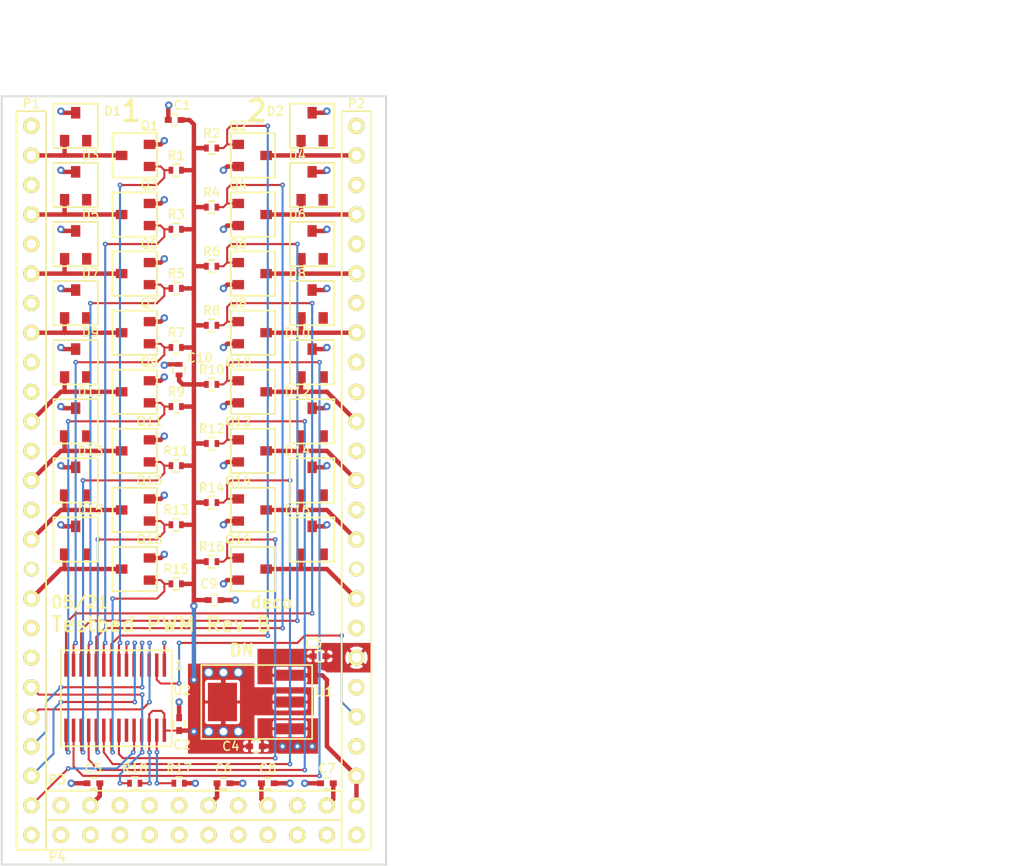
<source format=kicad_pcb>
(kicad_pcb (version 4) (host pcbnew 4.0.2-stable)
  (layers (0 F.Cu signal) (1 In1.Cu power) (2 In2.Cu power) (31 B.Cu signal) (34 B.Paste user) (35 F.Paste user) (36 B.SilkS user) (37 F.SilkS user) (38 B.Mask user) (39 F.Mask user) (44 Edge.Cuts user))
  (net 0 "")
  (net 1 +3V3)
  (net 2 GND)
  (net 3 +24V)
  (net 4 /OUT_0)
  (net 5 /OUT_1)
  (net 6 /OUT_2)
  (net 7 /OUT_3)
  (net 8 /OUT_4)
  (net 9 /OUT_5)
  (net 10 /OUT_6)
  (net 11 /OUT_7)
  (net 12 /OUT_8)
  (net 13 /OUT_9)
  (net 14 /OUT_10)
  (net 15 /OUT_11)
  (net 16 /OUT_12)
  (net 17 /OUT_13)
  (net 18 /OUT_14)
  (net 19 /OUT_15)
  (net 20 /GSCLK)
  (net 21 /XLAT)
  (net 22 /SCLK)
  (net 23 /SIN)
  (net 24 /SOUT)
  (net 25 +5V)
  (net 26 "Net-(U2-Pad23)")
  (net 27 "Net-(R17-Pad1)")
  (net 28 "Net-(P2-Pad20)")
  (net 29 "Net-(P2-Pad22)")
  (net 30 /GATE0)
  (net 31 /GATE1)
  (net 32 /GATE2)
  (net 33 /GATE3)
  (net 34 /GATE4)
  (net 35 /GATE5)
  (net 36 /GATE6)
  (net 37 /GATE7)
  (net 38 /GATE8)
  (net 39 /GATE9)
  (net 40 /GATE10)
  (net 41 /GATE11)
  (net 42 /GATE12)
  (net 43 /GATE13)
  (net 44 /GATE14)
  (net 45 /GATE15)
  (net 46 /BLANK)
  (module mods:R_0402 (layer F.Cu) (at 171.704 90.805)
    (fp_text reference R8 (at 0 -1.27) (layer F.SilkS) (effects (font (size 0.762 0.762) (thickness 0.127))))
    (fp_text value 10K hide)
    (pad 1 smd rect (at -0.45 0) (size 0.4 0.6) (layers F.Cu F.Paste F.Mask) (net 1 +3V3))
    (pad 2 smd rect (at 0.45 0) (size 0.4 0.6) (layers F.Cu F.Paste F.Mask) (net 37 /GATE7))
  )
  (module mods:TLC5940PWP (layer F.Cu) (at 163.83 122.555 180)
    (fp_text reference U2 (at -5.334 0.381 180) (layer F.SilkS) (effects (font (size 0.762 0.762) (thickness 0.127))))
    (fp_text value TLC5940PWP hide)
    (fp_text user 1 (at -5.08 2.54 180) (layer F.SilkS) (effects (font (size 0.762 0.762) (thickness 0.127))))
    (pad 1 smd rect (at -3.81 2.54 180) (size 0.3 2) (layers F.Cu F.Paste F.Mask) (net 2 GND))
    (pad 2 smd rect (at -3.16 2.54 180) (size 0.3 2) (layers F.Cu F.Paste F.Mask) (net 46 /BLANK))
    (pad 3 smd rect (at -2.51 2.54 180) (size 0.3 2) (layers F.Cu F.Paste F.Mask) (net 21 /XLAT))
    (pad 4 smd rect (at -1.86 2.54 180) (size 0.3 2) (layers F.Cu F.Paste F.Mask) (net 22 /SCLK))
    (pad 5 smd rect (at -1.21 2.54 180) (size 0.3 2) (layers F.Cu F.Paste F.Mask) (net 23 /SIN))
    (pad 6 smd rect (at -0.56 2.54 180) (size 0.3 2) (layers F.Cu F.Paste F.Mask) (net 2 GND))
    (pad 7 smd rect (at 0.09 2.54 180) (size 0.3 2) (layers F.Cu F.Paste F.Mask) (net 30 /GATE0))
    (pad 8 smd rect (at 0.74 2.54 180) (size 0.3 2) (layers F.Cu F.Paste F.Mask) (net 31 /GATE1))
    (pad 9 smd rect (at 1.39 2.54 180) (size 0.3 2) (layers F.Cu F.Paste F.Mask) (net 32 /GATE2))
    (pad 10 smd rect (at 2.04 2.54 180) (size 0.3 2) (layers F.Cu F.Paste F.Mask) (net 33 /GATE3))
    (pad 11 smd rect (at 2.69 2.54 180) (size 0.3 2) (layers F.Cu F.Paste F.Mask) (net 34 /GATE4))
    (pad 12 smd rect (at 3.34 2.54 180) (size 0.3 2) (layers F.Cu F.Paste F.Mask) (net 35 /GATE5))
    (pad 13 smd rect (at 3.99 2.54 180) (size 0.3 2) (layers F.Cu F.Paste F.Mask) (net 36 /GATE6))
    (pad 14 smd rect (at 4.64 2.54 180) (size 0.3 2) (layers F.Cu F.Paste F.Mask) (net 37 /GATE7))
    (pad 15 smd rect (at 4.64 -3.06 180) (size 0.3 2) (layers F.Cu F.Paste F.Mask) (net 38 /GATE8))
    (pad 16 smd rect (at 3.99 -3.06 180) (size 0.3 2) (layers F.Cu F.Paste F.Mask) (net 39 /GATE9))
    (pad 17 smd rect (at 3.34 -3.06 180) (size 0.3 2) (layers F.Cu F.Paste F.Mask) (net 40 /GATE10))
    (pad 18 smd rect (at 2.69 -3.06 180) (size 0.3 2) (layers F.Cu F.Paste F.Mask) (net 41 /GATE11))
    (pad 19 smd rect (at 2.04 -3.06 180) (size 0.3 2) (layers F.Cu F.Paste F.Mask) (net 42 /GATE12))
    (pad 20 smd rect (at 1.39 -3.06 180) (size 0.3 2) (layers F.Cu F.Paste F.Mask) (net 43 /GATE13))
    (pad 21 smd rect (at 0.74 -3.06 180) (size 0.3 2) (layers F.Cu F.Paste F.Mask) (net 44 /GATE14))
    (pad 22 smd rect (at 0.09 -3.06 180) (size 0.3 2) (layers F.Cu F.Paste F.Mask) (net 45 /GATE15))
    (pad 23 smd rect (at -0.56 -3.06 180) (size 0.3 2) (layers F.Cu F.Paste F.Mask) (net 26 "Net-(U2-Pad23)"))
    (pad 24 smd rect (at -1.21 -3.06 180) (size 0.3 2) (layers F.Cu F.Paste F.Mask) (net 24 /SOUT))
    (pad 25 smd rect (at -1.86 -3.06 180) (size 0.3 2) (layers F.Cu F.Paste F.Mask) (net 20 /GSCLK))
    (pad 26 smd rect (at -2.51 -3.06 180) (size 0.3 2) (layers F.Cu F.Paste F.Mask) (net 1 +3V3))
    (pad 27 smd rect (at -3.16 -3.06 180) (size 0.3 2) (layers F.Cu F.Paste F.Mask) (net 27 "Net-(R17-Pad1)"))
    (pad 28 smd rect (at -3.81 -3.06 180) (size 0.3 2) (layers F.Cu F.Paste F.Mask) (net 1 +3V3))
  )
  (module mods:ZHCS506TA (layer F.Cu) (at 160.02 80.01)
    (fp_text reference D3 (at 1.27 -3.81) (layer F.SilkS) (effects (font (size 0.762 0.762) (thickness 0.127))))
    (fp_text value ZHCS506TA hide)
    (pad 3 smd rect (at -0.95 0) (size 0.8 1) (layers F.Cu F.Paste F.Mask) (net 6 /OUT_2))
    (pad 1 smd rect (at 0 -2.4) (size 0.8 1) (layers F.Cu F.Paste F.Mask) (net 3 +24V))
    (pad 2 smd rect (at 0.95 0) (size 0.8 1) (layers F.Cu F.Paste F.Mask))
  )
  (module mods:R_0402 (layer F.Cu) (at 168.656 82.55 180)
    (fp_text reference R3 (at 0 1.27 180) (layer F.SilkS) (effects (font (size 0.762 0.762) (thickness 0.127))))
    (fp_text value 10K hide)
    (pad 1 smd rect (at -0.45 0 180) (size 0.4 0.6) (layers F.Cu F.Paste F.Mask) (net 1 +3V3))
    (pad 2 smd rect (at 0.45 0 180) (size 0.4 0.6) (layers F.Cu F.Paste F.Mask) (net 32 /GATE2))
  )
  (module mods:C_0402 (layer F.Cu) (at 168.529 73.152 180)
    (fp_text reference C1 (at -0.635 1.27 360) (layer F.SilkS) (effects (font (size 0.762 0.762) (thickness 0.127))))
    (fp_text value 0.1uF hide)
    (pad 1 smd rect (at -0.55 0 180) (size 0.6 0.5) (layers F.Cu F.Paste F.Mask) (net 1 +3V3))
    (pad 2 smd rect (at 0.55 0 180) (size 0.6 0.5) (layers F.Cu F.Paste F.Mask) (net 2 GND))
  )
  (module mods:C_0402 (layer F.Cu) (at 168.91 125.095 90)
    (fp_text reference C2 (at -1.778 0.254 180) (layer F.SilkS) (effects (font (size 0.762 0.762) (thickness 0.127))))
    (fp_text value 0.1uF hide)
    (pad 1 smd rect (at -0.55 0 90) (size 0.6 0.5) (layers F.Cu F.Paste F.Mask) (net 1 +3V3))
    (pad 2 smd rect (at 0.55 0 90) (size 0.6 0.5) (layers F.Cu F.Paste F.Mask) (net 2 GND))
  )
  (module mods:C_0402 (layer F.Cu) (at 180.975 119.253)
    (fp_text reference C3 (at -0.508 -1.143) (layer F.SilkS) (effects (font (size 0.762 0.762) (thickness 0.127))))
    (fp_text value 1uF hide)
    (pad 1 smd rect (at -0.55 0) (size 0.6 0.5) (layers F.Cu F.Paste F.Mask) (net 25 +5V))
    (pad 2 smd rect (at 0.55 0) (size 0.6 0.5) (layers F.Cu F.Paste F.Mask) (net 2 GND))
  )
  (module mods:C_0402 (layer F.Cu) (at 175.514 127)
    (fp_text reference C4 (at -2.159 0) (layer F.SilkS) (effects (font (size 0.762 0.762) (thickness 0.127))))
    (fp_text value 1uF hide)
    (pad 1 smd rect (at -0.55 0) (size 0.6 0.5) (layers F.Cu F.Paste F.Mask) (net 1 +3V3))
    (pad 2 smd rect (at 0.55 0) (size 0.6 0.5) (layers F.Cu F.Paste F.Mask) (net 2 GND))
  )
  (module mods:R_0402 (layer F.Cu) (at 168.656 77.47 180)
    (fp_text reference R1 (at 0 1.27 180) (layer F.SilkS) (effects (font (size 0.762 0.762) (thickness 0.127))))
    (fp_text value 10K hide)
    (pad 1 smd rect (at -0.45 0 180) (size 0.4 0.6) (layers F.Cu F.Paste F.Mask) (net 1 +3V3))
    (pad 2 smd rect (at 0.45 0 180) (size 0.4 0.6) (layers F.Cu F.Paste F.Mask) (net 30 /GATE0))
  )
  (module mods:R_0402 (layer F.Cu) (at 171.704 75.565)
    (fp_text reference R2 (at 0 -1.27) (layer F.SilkS) (effects (font (size 0.762 0.762) (thickness 0.127))))
    (fp_text value 10K hide)
    (pad 1 smd rect (at -0.45 0) (size 0.4 0.6) (layers F.Cu F.Paste F.Mask) (net 1 +3V3))
    (pad 2 smd rect (at 0.45 0) (size 0.4 0.6) (layers F.Cu F.Paste F.Mask) (net 31 /GATE1))
  )
  (module mods:R_0402 (layer F.Cu) (at 171.704 80.645)
    (fp_text reference R4 (at 0 -1.27) (layer F.SilkS) (effects (font (size 0.762 0.762) (thickness 0.127))))
    (fp_text value 10K hide)
    (pad 1 smd rect (at -0.45 0) (size 0.4 0.6) (layers F.Cu F.Paste F.Mask) (net 1 +3V3))
    (pad 2 smd rect (at 0.45 0) (size 0.4 0.6) (layers F.Cu F.Paste F.Mask) (net 33 /GATE3))
  )
  (module mods:R_0402 (layer F.Cu) (at 168.656 87.63 180)
    (fp_text reference R5 (at 0 1.27 180) (layer F.SilkS) (effects (font (size 0.762 0.762) (thickness 0.127))))
    (fp_text value 10K hide)
    (pad 1 smd rect (at -0.45 0 180) (size 0.4 0.6) (layers F.Cu F.Paste F.Mask) (net 1 +3V3))
    (pad 2 smd rect (at 0.45 0 180) (size 0.4 0.6) (layers F.Cu F.Paste F.Mask) (net 34 /GATE4))
  )
  (module mods:R_0402 (layer F.Cu) (at 171.704 85.725)
    (fp_text reference R6 (at 0 -1.27) (layer F.SilkS) (effects (font (size 0.762 0.762) (thickness 0.127))))
    (fp_text value 10K hide)
    (pad 1 smd rect (at -0.45 0) (size 0.4 0.6) (layers F.Cu F.Paste F.Mask) (net 1 +3V3))
    (pad 2 smd rect (at 0.45 0) (size 0.4 0.6) (layers F.Cu F.Paste F.Mask) (net 35 /GATE5))
  )
  (module mods:R_0402 (layer F.Cu) (at 168.656 92.71 180)
    (fp_text reference R7 (at 0 1.27 180) (layer F.SilkS) (effects (font (size 0.762 0.762) (thickness 0.127))))
    (fp_text value 10K hide)
    (pad 1 smd rect (at -0.45 0 180) (size 0.4 0.6) (layers F.Cu F.Paste F.Mask) (net 1 +3V3))
    (pad 2 smd rect (at 0.45 0 180) (size 0.4 0.6) (layers F.Cu F.Paste F.Mask) (net 36 /GATE6))
  )
  (module mods:R_0402 (layer F.Cu) (at 168.656 97.79 180)
    (fp_text reference R9 (at 0 1.27 180) (layer F.SilkS) (effects (font (size 0.762 0.762) (thickness 0.127))))
    (fp_text value 10K hide)
    (pad 1 smd rect (at -0.45 0 180) (size 0.4 0.6) (layers F.Cu F.Paste F.Mask) (net 1 +3V3))
    (pad 2 smd rect (at 0.45 0 180) (size 0.4 0.6) (layers F.Cu F.Paste F.Mask) (net 38 /GATE8))
  )
  (module mods:R_0402 (layer F.Cu) (at 171.704 95.885)
    (fp_text reference R10 (at 0 -1.27) (layer F.SilkS) (effects (font (size 0.762 0.762) (thickness 0.127))))
    (fp_text value 10K hide)
    (pad 1 smd rect (at -0.45 0) (size 0.4 0.6) (layers F.Cu F.Paste F.Mask) (net 1 +3V3))
    (pad 2 smd rect (at 0.45 0) (size 0.4 0.6) (layers F.Cu F.Paste F.Mask) (net 39 /GATE9))
  )
  (module mods:R_0402 (layer F.Cu) (at 168.656 102.87 180)
    (fp_text reference R11 (at 0 1.27 180) (layer F.SilkS) (effects (font (size 0.762 0.762) (thickness 0.127))))
    (fp_text value 10K hide)
    (pad 1 smd rect (at -0.45 0 180) (size 0.4 0.6) (layers F.Cu F.Paste F.Mask) (net 1 +3V3))
    (pad 2 smd rect (at 0.45 0 180) (size 0.4 0.6) (layers F.Cu F.Paste F.Mask) (net 40 /GATE10))
  )
  (module mods:R_0402 (layer F.Cu) (at 171.704 100.965)
    (fp_text reference R12 (at 0 -1.27) (layer F.SilkS) (effects (font (size 0.762 0.762) (thickness 0.127))))
    (fp_text value 10K hide)
    (pad 1 smd rect (at -0.45 0) (size 0.4 0.6) (layers F.Cu F.Paste F.Mask) (net 1 +3V3))
    (pad 2 smd rect (at 0.45 0) (size 0.4 0.6) (layers F.Cu F.Paste F.Mask) (net 41 /GATE11))
  )
  (module mods:R_0402 (layer F.Cu) (at 168.656 107.95 180)
    (fp_text reference R13 (at 0 1.27 180) (layer F.SilkS) (effects (font (size 0.762 0.762) (thickness 0.127))))
    (fp_text value 10K hide)
    (pad 1 smd rect (at -0.45 0 180) (size 0.4 0.6) (layers F.Cu F.Paste F.Mask) (net 1 +3V3))
    (pad 2 smd rect (at 0.45 0 180) (size 0.4 0.6) (layers F.Cu F.Paste F.Mask) (net 42 /GATE12))
  )
  (module mods:R_0402 (layer F.Cu) (at 171.704 106.045)
    (fp_text reference R14 (at 0 -1.27) (layer F.SilkS) (effects (font (size 0.762 0.762) (thickness 0.127))))
    (fp_text value 10K hide)
    (pad 1 smd rect (at -0.45 0) (size 0.4 0.6) (layers F.Cu F.Paste F.Mask) (net 1 +3V3))
    (pad 2 smd rect (at 0.45 0) (size 0.4 0.6) (layers F.Cu F.Paste F.Mask) (net 43 /GATE13))
  )
  (module mods:R_0402 (layer F.Cu) (at 168.656 113.03 180)
    (fp_text reference R15 (at 0 1.27 180) (layer F.SilkS) (effects (font (size 0.762 0.762) (thickness 0.127))))
    (fp_text value 10K hide)
    (pad 1 smd rect (at -0.45 0 180) (size 0.4 0.6) (layers F.Cu F.Paste F.Mask) (net 1 +3V3))
    (pad 2 smd rect (at 0.45 0 180) (size 0.4 0.6) (layers F.Cu F.Paste F.Mask) (net 44 /GATE14))
  )
  (module mods:R_0402 (layer F.Cu) (at 171.704 111.125)
    (fp_text reference R16 (at 0 -1.27) (layer F.SilkS) (effects (font (size 0.762 0.762) (thickness 0.127))))
    (fp_text value 10K hide)
    (pad 1 smd rect (at -0.45 0) (size 0.4 0.6) (layers F.Cu F.Paste F.Mask) (net 1 +3V3))
    (pad 2 smd rect (at 0.45 0) (size 0.4 0.6) (layers F.Cu F.Paste F.Mask) (net 45 /GATE15))
  )
  (module mods:R_0402 (layer F.Cu) (at 168.91 130.175)
    (fp_text reference R17 (at 0 -1.27) (layer F.SilkS) (effects (font (size 0.762 0.762) (thickness 0.127))))
    (fp_text value 2.2k hide)
    (pad 1 smd rect (at -0.45 0) (size 0.4 0.6) (layers F.Cu F.Paste F.Mask) (net 27 "Net-(R17-Pad1)"))
    (pad 2 smd rect (at 0.45 0) (size 0.4 0.6) (layers F.Cu F.Paste F.Mask) (net 2 GND))
  )
  (module mods:TLV1117LV33DCYR (layer F.Cu) (at 175.895 123.19 90)
    (fp_text reference U1 (at 0.889 5.461 180) (layer F.SilkS) (effects (font (size 0.762 0.762) (thickness 0.127))))
    (fp_text value TLV1117LV33DCYR hide)
    (pad Tab smd rect (at 0 -3.26 90) (size 3.3 2.5) (layers F.Cu F.Paste F.Mask) (net 1 +3V3))
    (pad 2 smd rect (at 0 2.54 90) (size 0.95 2.5) (layers F.Cu F.Paste F.Mask) (net 1 +3V3))
    (pad 3 smd rect (at 2.3 2.54 90) (size 0.95 2.5) (layers F.Cu F.Paste F.Mask) (net 25 +5V))
    (pad 1 smd rect (at -2.3 2.54 90) (size 0.95 2.5) (layers F.Cu F.Paste F.Mask) (net 2 GND))
  )
  (module mods:ZHCS506TA (layer F.Cu) (at 160.02 74.93)
    (fp_text reference D1 (at 3.175 -2.54) (layer F.SilkS) (effects (font (size 0.762 0.762) (thickness 0.127))))
    (fp_text value ZHCS506TA hide)
    (pad 3 smd rect (at -0.95 0) (size 0.8 1) (layers F.Cu F.Paste F.Mask) (net 4 /OUT_0))
    (pad 1 smd rect (at 0 -2.4) (size 0.8 1) (layers F.Cu F.Paste F.Mask) (net 3 +24V))
    (pad 2 smd rect (at 0.95 0) (size 0.8 1) (layers F.Cu F.Paste F.Mask))
  )
  (module mods:ZHCS506TA (layer F.Cu) (at 180.34 74.93)
    (fp_text reference D2 (at -3.175 -2.54) (layer F.SilkS) (effects (font (size 0.762 0.762) (thickness 0.127))))
    (fp_text value ZHCS506TA hide)
    (pad 3 smd rect (at -0.95 0) (size 0.8 1) (layers F.Cu F.Paste F.Mask) (net 5 /OUT_1))
    (pad 1 smd rect (at 0 -2.4) (size 0.8 1) (layers F.Cu F.Paste F.Mask) (net 3 +24V))
    (pad 2 smd rect (at 0.95 0) (size 0.8 1) (layers F.Cu F.Paste F.Mask))
  )
  (module mods:ZHCS506TA (layer F.Cu) (at 160.02 85.09)
    (fp_text reference D5 (at 1.27 -3.81) (layer F.SilkS) (effects (font (size 0.762 0.762) (thickness 0.127))))
    (fp_text value ZHCS506TA hide)
    (pad 3 smd rect (at -0.95 0) (size 0.8 1) (layers F.Cu F.Paste F.Mask) (net 8 /OUT_4))
    (pad 1 smd rect (at 0 -2.4) (size 0.8 1) (layers F.Cu F.Paste F.Mask) (net 3 +24V))
    (pad 2 smd rect (at 0.95 0) (size 0.8 1) (layers F.Cu F.Paste F.Mask))
  )
  (module mods:ZHCS506TA (layer F.Cu) (at 180.34 85.09)
    (fp_text reference D6 (at -1.27 -3.81) (layer F.SilkS) (effects (font (size 0.762 0.762) (thickness 0.127))))
    (fp_text value ZHCS506TA hide)
    (pad 3 smd rect (at -0.95 0) (size 0.8 1) (layers F.Cu F.Paste F.Mask) (net 9 /OUT_5))
    (pad 1 smd rect (at 0 -2.4) (size 0.8 1) (layers F.Cu F.Paste F.Mask) (net 3 +24V))
    (pad 2 smd rect (at 0.95 0) (size 0.8 1) (layers F.Cu F.Paste F.Mask))
  )
  (module mods:ZHCS506TA (layer F.Cu) (at 160.02 90.17)
    (fp_text reference D7 (at 1.27 -3.81) (layer F.SilkS) (effects (font (size 0.762 0.762) (thickness 0.127))))
    (fp_text value ZHCS506TA hide)
    (pad 3 smd rect (at -0.95 0) (size 0.8 1) (layers F.Cu F.Paste F.Mask) (net 10 /OUT_6))
    (pad 1 smd rect (at 0 -2.4) (size 0.8 1) (layers F.Cu F.Paste F.Mask) (net 3 +24V))
    (pad 2 smd rect (at 0.95 0) (size 0.8 1) (layers F.Cu F.Paste F.Mask))
  )
  (module mods:ZHCS506TA (layer F.Cu) (at 180.34 90.17)
    (fp_text reference D8 (at -1.27 -3.81) (layer F.SilkS) (effects (font (size 0.762 0.762) (thickness 0.127))))
    (fp_text value ZHCS506TA hide)
    (pad 3 smd rect (at -0.95 0) (size 0.8 1) (layers F.Cu F.Paste F.Mask) (net 11 /OUT_7))
    (pad 1 smd rect (at 0 -2.4) (size 0.8 1) (layers F.Cu F.Paste F.Mask) (net 3 +24V))
    (pad 2 smd rect (at 0.95 0) (size 0.8 1) (layers F.Cu F.Paste F.Mask))
  )
  (module mods:ZHCS506TA (layer F.Cu) (at 160.02 95.25)
    (fp_text reference D9 (at 1.27 -3.81) (layer F.SilkS) (effects (font (size 0.762 0.762) (thickness 0.127))))
    (fp_text value ZHCS506TA hide)
    (pad 3 smd rect (at -0.95 0) (size 0.8 1) (layers F.Cu F.Paste F.Mask) (net 12 /OUT_8))
    (pad 1 smd rect (at 0 -2.4) (size 0.8 1) (layers F.Cu F.Paste F.Mask) (net 3 +24V))
    (pad 2 smd rect (at 0.95 0) (size 0.8 1) (layers F.Cu F.Paste F.Mask))
  )
  (module mods:ZHCS506TA (layer F.Cu) (at 180.34 95.25)
    (fp_text reference D10 (at -1.27 -3.81) (layer F.SilkS) (effects (font (size 0.762 0.762) (thickness 0.127))))
    (fp_text value ZHCS506TA hide)
    (pad 3 smd rect (at -0.95 0) (size 0.8 1) (layers F.Cu F.Paste F.Mask) (net 13 /OUT_9))
    (pad 1 smd rect (at 0 -2.4) (size 0.8 1) (layers F.Cu F.Paste F.Mask) (net 3 +24V))
    (pad 2 smd rect (at 0.95 0) (size 0.8 1) (layers F.Cu F.Paste F.Mask))
  )
  (module mods:ZHCS506TA (layer F.Cu) (at 160.02 100.33)
    (fp_text reference D11 (at 1.27 -3.81) (layer F.SilkS) (effects (font (size 0.762 0.762) (thickness 0.127))))
    (fp_text value ZHCS506TA hide)
    (pad 3 smd rect (at -0.95 0) (size 0.8 1) (layers F.Cu F.Paste F.Mask) (net 14 /OUT_10))
    (pad 1 smd rect (at 0 -2.4) (size 0.8 1) (layers F.Cu F.Paste F.Mask) (net 3 +24V))
    (pad 2 smd rect (at 0.95 0) (size 0.8 1) (layers F.Cu F.Paste F.Mask))
  )
  (module mods:ZHCS506TA (layer F.Cu) (at 180.34 100.33)
    (fp_text reference D12 (at -1.27 -3.81) (layer F.SilkS) (effects (font (size 0.762 0.762) (thickness 0.127))))
    (fp_text value ZHCS506TA hide)
    (pad 3 smd rect (at -0.95 0) (size 0.8 1) (layers F.Cu F.Paste F.Mask) (net 15 /OUT_11))
    (pad 1 smd rect (at 0 -2.4) (size 0.8 1) (layers F.Cu F.Paste F.Mask) (net 3 +24V))
    (pad 2 smd rect (at 0.95 0) (size 0.8 1) (layers F.Cu F.Paste F.Mask))
  )
  (module mods:ZHCS506TA (layer F.Cu) (at 160.02 105.41)
    (fp_text reference D13 (at 1.27 -3.81) (layer F.SilkS) (effects (font (size 0.762 0.762) (thickness 0.127))))
    (fp_text value ZHCS506TA hide)
    (pad 3 smd rect (at -0.95 0) (size 0.8 1) (layers F.Cu F.Paste F.Mask) (net 16 /OUT_12))
    (pad 1 smd rect (at 0 -2.4) (size 0.8 1) (layers F.Cu F.Paste F.Mask) (net 3 +24V))
    (pad 2 smd rect (at 0.95 0) (size 0.8 1) (layers F.Cu F.Paste F.Mask))
  )
  (module mods:ZHCS506TA (layer F.Cu) (at 160.02 110.49)
    (fp_text reference D15 (at 1.27 -3.81) (layer F.SilkS) (effects (font (size 0.762 0.762) (thickness 0.127))))
    (fp_text value ZHCS506TA hide)
    (pad 3 smd rect (at -0.95 0) (size 0.8 1) (layers F.Cu F.Paste F.Mask) (net 18 /OUT_14))
    (pad 1 smd rect (at 0 -2.4) (size 0.8 1) (layers F.Cu F.Paste F.Mask) (net 3 +24V))
    (pad 2 smd rect (at 0.95 0) (size 0.8 1) (layers F.Cu F.Paste F.Mask))
  )
  (module mods:ZHCS506TA (layer F.Cu) (at 180.34 110.49)
    (fp_text reference D16 (at -1.27 -3.81) (layer F.SilkS) (effects (font (size 0.762 0.762) (thickness 0.127))))
    (fp_text value ZHCS506TA hide)
    (pad 3 smd rect (at -0.95 0) (size 0.8 1) (layers F.Cu F.Paste F.Mask) (net 19 /OUT_15))
    (pad 1 smd rect (at 0 -2.4) (size 0.8 1) (layers F.Cu F.Paste F.Mask) (net 3 +24V))
    (pad 2 smd rect (at 0.95 0) (size 0.8 1) (layers F.Cu F.Paste F.Mask))
  )
  (module mods:AO3422 (layer F.Cu) (at 166.37 76.2 90)
    (fp_text reference Q1 (at 2.54 0 180) (layer F.SilkS) (effects (font (size 0.762 0.762) (thickness 0.127))))
    (fp_text value AO3422 hide)
    (pad 1 smd rect (at -0.95 0 90) (size 0.8 1) (layers F.Cu F.Paste F.Mask) (net 30 /GATE0))
    (pad 3 smd rect (at 0 -2.4 90) (size 0.8 1) (layers F.Cu F.Paste F.Mask) (net 4 /OUT_0))
    (pad 2 smd rect (at 0.95 0 90) (size 0.8 1) (layers F.Cu F.Paste F.Mask) (net 2 GND))
  )
  (module mods:AO3422 (layer F.Cu) (at 173.99 76.2 270)
    (fp_text reference Q2 (at -2.54 0 360) (layer F.SilkS) (effects (font (size 0.762 0.762) (thickness 0.127))))
    (fp_text value AO3422 hide)
    (pad 1 smd rect (at -0.95 0 270) (size 0.8 1) (layers F.Cu F.Paste F.Mask) (net 31 /GATE1))
    (pad 3 smd rect (at 0 -2.4 270) (size 0.8 1) (layers F.Cu F.Paste F.Mask) (net 5 /OUT_1))
    (pad 2 smd rect (at 0.95 0 270) (size 0.8 1) (layers F.Cu F.Paste F.Mask) (net 2 GND))
  )
  (module mods:AO3422 (layer F.Cu) (at 166.37 81.28 90)
    (fp_text reference Q3 (at 2.54 0 180) (layer F.SilkS) (effects (font (size 0.762 0.762) (thickness 0.127))))
    (fp_text value AO3422 hide)
    (pad 1 smd rect (at -0.95 0 90) (size 0.8 1) (layers F.Cu F.Paste F.Mask) (net 32 /GATE2))
    (pad 3 smd rect (at 0 -2.4 90) (size 0.8 1) (layers F.Cu F.Paste F.Mask) (net 6 /OUT_2))
    (pad 2 smd rect (at 0.95 0 90) (size 0.8 1) (layers F.Cu F.Paste F.Mask) (net 2 GND))
  )
  (module mods:AO3422 (layer F.Cu) (at 173.99 81.28 270)
    (fp_text reference Q4 (at -2.54 0 360) (layer F.SilkS) (effects (font (size 0.762 0.762) (thickness 0.127))))
    (fp_text value AO3422 hide)
    (pad 1 smd rect (at -0.95 0 270) (size 0.8 1) (layers F.Cu F.Paste F.Mask) (net 33 /GATE3))
    (pad 3 smd rect (at 0 -2.4 270) (size 0.8 1) (layers F.Cu F.Paste F.Mask) (net 7 /OUT_3))
    (pad 2 smd rect (at 0.95 0 270) (size 0.8 1) (layers F.Cu F.Paste F.Mask) (net 2 GND))
  )
  (module mods:AO3422 (layer F.Cu) (at 166.37 86.36 90)
    (fp_text reference Q5 (at 2.54 0 180) (layer F.SilkS) (effects (font (size 0.762 0.762) (thickness 0.127))))
    (fp_text value AO3422 hide)
    (pad 1 smd rect (at -0.95 0 90) (size 0.8 1) (layers F.Cu F.Paste F.Mask) (net 34 /GATE4))
    (pad 3 smd rect (at 0 -2.4 90) (size 0.8 1) (layers F.Cu F.Paste F.Mask) (net 8 /OUT_4))
    (pad 2 smd rect (at 0.95 0 90) (size 0.8 1) (layers F.Cu F.Paste F.Mask) (net 2 GND))
  )
  (module mods:AO3422 (layer F.Cu) (at 173.99 86.36 270)
    (fp_text reference Q6 (at -2.54 0 360) (layer F.SilkS) (effects (font (size 0.762 0.762) (thickness 0.127))))
    (fp_text value AO3422 hide)
    (pad 1 smd rect (at -0.95 0 270) (size 0.8 1) (layers F.Cu F.Paste F.Mask) (net 35 /GATE5))
    (pad 3 smd rect (at 0 -2.4 270) (size 0.8 1) (layers F.Cu F.Paste F.Mask) (net 9 /OUT_5))
    (pad 2 smd rect (at 0.95 0 270) (size 0.8 1) (layers F.Cu F.Paste F.Mask) (net 2 GND))
  )
  (module mods:AO3422 (layer F.Cu) (at 166.37 91.44 90)
    (fp_text reference Q7 (at 2.54 0 180) (layer F.SilkS) (effects (font (size 0.762 0.762) (thickness 0.127))))
    (fp_text value AO3422 hide)
    (pad 1 smd rect (at -0.95 0 90) (size 0.8 1) (layers F.Cu F.Paste F.Mask) (net 36 /GATE6))
    (pad 3 smd rect (at 0 -2.4 90) (size 0.8 1) (layers F.Cu F.Paste F.Mask) (net 10 /OUT_6))
    (pad 2 smd rect (at 0.95 0 90) (size 0.8 1) (layers F.Cu F.Paste F.Mask) (net 2 GND))
  )
  (module mods:AO3422 (layer F.Cu) (at 173.99 91.44 270)
    (fp_text reference Q8 (at -2.54 0 360) (layer F.SilkS) (effects (font (size 0.762 0.762) (thickness 0.127))))
    (fp_text value AO3422 hide)
    (pad 1 smd rect (at -0.95 0 270) (size 0.8 1) (layers F.Cu F.Paste F.Mask) (net 37 /GATE7))
    (pad 3 smd rect (at 0 -2.4 270) (size 0.8 1) (layers F.Cu F.Paste F.Mask) (net 11 /OUT_7))
    (pad 2 smd rect (at 0.95 0 270) (size 0.8 1) (layers F.Cu F.Paste F.Mask) (net 2 GND))
  )
  (module mods:AO3422 (layer F.Cu) (at 166.37 96.52 90)
    (fp_text reference Q9 (at 2.54 0 180) (layer F.SilkS) (effects (font (size 0.762 0.762) (thickness 0.127))))
    (fp_text value AO3422 hide)
    (pad 1 smd rect (at -0.95 0 90) (size 0.8 1) (layers F.Cu F.Paste F.Mask) (net 38 /GATE8))
    (pad 3 smd rect (at 0 -2.4 90) (size 0.8 1) (layers F.Cu F.Paste F.Mask) (net 12 /OUT_8))
    (pad 2 smd rect (at 0.95 0 90) (size 0.8 1) (layers F.Cu F.Paste F.Mask) (net 2 GND))
  )
  (module mods:AO3422 (layer F.Cu) (at 173.99 96.52 270)
    (fp_text reference Q10 (at -2.54 0 360) (layer F.SilkS) (effects (font (size 0.762 0.762) (thickness 0.127))))
    (fp_text value AO3422 hide)
    (pad 1 smd rect (at -0.95 0 270) (size 0.8 1) (layers F.Cu F.Paste F.Mask) (net 39 /GATE9))
    (pad 3 smd rect (at 0 -2.4 270) (size 0.8 1) (layers F.Cu F.Paste F.Mask) (net 13 /OUT_9))
    (pad 2 smd rect (at 0.95 0 270) (size 0.8 1) (layers F.Cu F.Paste F.Mask) (net 2 GND))
  )
  (module mods:AO3422 (layer F.Cu) (at 166.37 101.6 90)
    (fp_text reference Q11 (at 2.54 0 180) (layer F.SilkS) (effects (font (size 0.762 0.762) (thickness 0.127))))
    (fp_text value AO3422 hide)
    (pad 1 smd rect (at -0.95 0 90) (size 0.8 1) (layers F.Cu F.Paste F.Mask) (net 40 /GATE10))
    (pad 3 smd rect (at 0 -2.4 90) (size 0.8 1) (layers F.Cu F.Paste F.Mask) (net 14 /OUT_10))
    (pad 2 smd rect (at 0.95 0 90) (size 0.8 1) (layers F.Cu F.Paste F.Mask) (net 2 GND))
  )
  (module mods:AO3422 (layer F.Cu) (at 173.99 101.6 270)
    (fp_text reference Q12 (at -2.54 0 360) (layer F.SilkS) (effects (font (size 0.762 0.762) (thickness 0.127))))
    (fp_text value AO3422 hide)
    (pad 1 smd rect (at -0.95 0 270) (size 0.8 1) (layers F.Cu F.Paste F.Mask) (net 41 /GATE11))
    (pad 3 smd rect (at 0 -2.4 270) (size 0.8 1) (layers F.Cu F.Paste F.Mask) (net 15 /OUT_11))
    (pad 2 smd rect (at 0.95 0 270) (size 0.8 1) (layers F.Cu F.Paste F.Mask) (net 2 GND))
  )
  (module mods:AO3422 (layer F.Cu) (at 166.37 106.68 90)
    (fp_text reference Q13 (at 2.54 0 180) (layer F.SilkS) (effects (font (size 0.762 0.762) (thickness 0.127))))
    (fp_text value AO3422 hide)
    (pad 1 smd rect (at -0.95 0 90) (size 0.8 1) (layers F.Cu F.Paste F.Mask) (net 42 /GATE12))
    (pad 3 smd rect (at 0 -2.4 90) (size 0.8 1) (layers F.Cu F.Paste F.Mask) (net 16 /OUT_12))
    (pad 2 smd rect (at 0.95 0 90) (size 0.8 1) (layers F.Cu F.Paste F.Mask) (net 2 GND))
  )
  (module mods:AO3422 (layer F.Cu) (at 173.99 106.68 270)
    (fp_text reference Q14 (at -2.54 0 360) (layer F.SilkS) (effects (font (size 0.762 0.762) (thickness 0.127))))
    (fp_text value AO3422 hide)
    (pad 1 smd rect (at -0.95 0 270) (size 0.8 1) (layers F.Cu F.Paste F.Mask) (net 43 /GATE13))
    (pad 3 smd rect (at 0 -2.4 270) (size 0.8 1) (layers F.Cu F.Paste F.Mask) (net 17 /OUT_13))
    (pad 2 smd rect (at 0.95 0 270) (size 0.8 1) (layers F.Cu F.Paste F.Mask) (net 2 GND))
  )
  (module mods:AO3422 (layer F.Cu) (at 166.37 111.76 90)
    (fp_text reference Q15 (at 2.54 0 180) (layer F.SilkS) (effects (font (size 0.762 0.762) (thickness 0.127))))
    (fp_text value AO3422 hide)
    (pad 1 smd rect (at -0.95 0 90) (size 0.8 1) (layers F.Cu F.Paste F.Mask) (net 44 /GATE14))
    (pad 3 smd rect (at 0 -2.4 90) (size 0.8 1) (layers F.Cu F.Paste F.Mask) (net 18 /OUT_14))
    (pad 2 smd rect (at 0.95 0 90) (size 0.8 1) (layers F.Cu F.Paste F.Mask) (net 2 GND))
  )
  (module mods:AO3422 (layer F.Cu) (at 173.99 111.76 270)
    (fp_text reference Q16 (at -2.54 0 360) (layer F.SilkS) (effects (font (size 0.762 0.762) (thickness 0.127))))
    (fp_text value AO3422 hide)
    (pad 1 smd rect (at -0.95 0 270) (size 0.8 1) (layers F.Cu F.Paste F.Mask) (net 45 /GATE15))
    (pad 3 smd rect (at 0 -2.4 270) (size 0.8 1) (layers F.Cu F.Paste F.Mask) (net 19 /OUT_15))
    (pad 2 smd rect (at 0.95 0 270) (size 0.8 1) (layers F.Cu F.Paste F.Mask) (net 2 GND))
  )
  (module mods:C_0402 (layer F.Cu) (at 161.544 130.175 180)
    (fp_text reference C5 (at 0 1.27 180) (layer F.SilkS) (effects (font (size 0.762 0.762) (thickness 0.127))))
    (fp_text value 0.1uF hide)
    (pad 1 smd rect (at -0.55 0 180) (size 0.6 0.5) (layers F.Cu F.Paste F.Mask) (net 3 +24V))
    (pad 2 smd rect (at 0.55 0 180) (size 0.6 0.5) (layers F.Cu F.Paste F.Mask) (net 2 GND))
  )
  (module mods:ZHCS506TA (layer F.Cu) (at 180.34 80.01)
    (fp_text reference D4 (at -1.27 -3.81) (layer F.SilkS) (effects (font (size 0.762 0.762) (thickness 0.127))))
    (fp_text value ZHCS506TA hide)
    (pad 3 smd rect (at -0.95 0) (size 0.8 1) (layers F.Cu F.Paste F.Mask) (net 7 /OUT_3))
    (pad 1 smd rect (at 0 -2.4) (size 0.8 1) (layers F.Cu F.Paste F.Mask) (net 3 +24V))
    (pad 2 smd rect (at 0.95 0) (size 0.8 1) (layers F.Cu F.Paste F.Mask))
  )
  (module mods:C_0402 (layer F.Cu) (at 172.72 130.175)
    (fp_text reference C6 (at 0 -1.27) (layer F.SilkS) (effects (font (size 0.762 0.762) (thickness 0.127))))
    (fp_text value 0.1uF hide)
    (pad 1 smd rect (at -0.55 0) (size 0.6 0.5) (layers F.Cu F.Paste F.Mask) (net 3 +24V))
    (pad 2 smd rect (at 0.55 0) (size 0.6 0.5) (layers F.Cu F.Paste F.Mask) (net 2 GND))
  )
  (module mods:C_0402 (layer F.Cu) (at 181.61 130.175 180)
    (fp_text reference C7 (at 0 1.27 360) (layer F.SilkS) (effects (font (size 0.762 0.762) (thickness 0.127))))
    (fp_text value 0.1uF hide)
    (pad 1 smd rect (at -0.55 0 180) (size 0.6 0.5) (layers F.Cu F.Paste F.Mask) (net 3 +24V))
    (pad 2 smd rect (at 0.55 0 180) (size 0.6 0.5) (layers F.Cu F.Paste F.Mask) (net 2 GND))
  )
  (module mods:C_0402 (layer F.Cu) (at 176.53 130.175)
    (fp_text reference C8 (at 0 -1.27) (layer F.SilkS) (effects (font (size 0.762 0.762) (thickness 0.127))))
    (fp_text value 0.1uF hide)
    (pad 1 smd rect (at -0.55 0) (size 0.6 0.5) (layers F.Cu F.Paste F.Mask) (net 3 +24V))
    (pad 2 smd rect (at 0.55 0) (size 0.6 0.5) (layers F.Cu F.Paste F.Mask) (net 2 GND))
  )
  (module mods:C_0402 (layer F.Cu) (at 171.958 114.427)
    (fp_text reference C9 (at -0.508 -1.397) (layer F.SilkS) (effects (font (size 0.762 0.762) (thickness 0.127))))
    (fp_text value 0.1uF hide)
    (pad 1 smd rect (at -0.55 0) (size 0.6 0.5) (layers F.Cu F.Paste F.Mask) (net 1 +3V3))
    (pad 2 smd rect (at 0.55 0) (size 0.6 0.5) (layers F.Cu F.Paste F.Mask) (net 2 GND))
  )
  (module mods:ZHCS506TA (layer F.Cu) (at 180.34 105.41)
    (fp_text reference D14 (at -1.27 -3.81) (layer F.SilkS) (effects (font (size 0.762 0.762) (thickness 0.127))))
    (fp_text value ZHCS506TA hide)
    (pad 3 smd rect (at -0.95 0) (size 0.8 1) (layers F.Cu F.Paste F.Mask) (net 17 /OUT_13))
    (pad 1 smd rect (at 0 -2.4) (size 0.8 1) (layers F.Cu F.Paste F.Mask) (net 3 +24V))
    (pad 2 smd rect (at 0.95 0) (size 0.8 1) (layers F.Cu F.Paste F.Mask))
  )
  (module mods:R_0402 (layer F.Cu) (at 165.1 130.175 180)
    (fp_text reference R18 (at 0 1.27 180) (layer F.SilkS) (effects (font (size 0.762 0.762) (thickness 0.127))))
    (fp_text value 10K hide)
    (pad 1 smd rect (at -0.45 0 180) (size 0.4 0.6) (layers F.Cu F.Paste F.Mask) (net 1 +3V3))
    (pad 2 smd rect (at 0.45 0 180) (size 0.4 0.6) (layers F.Cu F.Paste F.Mask) (net 20 /GSCLK))
  )
  (module mods:R_0402 (layer F.Cu) (at 168.91 94.615 90)
    (fp_text reference C10 (at 1.016 1.778 180) (layer F.SilkS) (effects (font (size 0.762 0.762) (thickness 0.127))))
    (fp_text value 0.1uF hide)
    (pad 1 smd rect (at -0.45 0 90) (size 0.4 0.6) (layers F.Cu F.Paste F.Mask) (net 1 +3V3))
    (pad 2 smd rect (at 0.45 0 90) (size 0.4 0.6) (layers F.Cu F.Paste F.Mask) (net 2 GND))
  )
  (module mods:25_pin_10in (layer F.Cu) (at 156.21 101.6 270)
    (fp_text reference P1 (at -29.845 0 360) (layer F.SilkS) (effects (font (size 0.762 0.762) (thickness 0.127))))
    (fp_text value CONN_01X25_1 hide)
    (pad 1 thru_hole circle (at -27.94 0 270) (size 1.397 1.397) (drill 0.8128) (layers *.Cu *.Mask F.SilkS) (net 2 GND))
    (pad 2 thru_hole circle (at -25.4 0 270) (size 1.397 1.397) (drill 0.8128) (layers *.Cu *.Mask F.SilkS) (net 4 /OUT_0))
    (pad 3 thru_hole circle (at -22.86 0 270) (size 1.397 1.397) (drill 0.8128) (layers *.Cu *.Mask F.SilkS) (net 3 +24V))
    (pad 4 thru_hole circle (at -20.32 0 270) (size 1.397 1.397) (drill 0.8128) (layers *.Cu *.Mask F.SilkS) (net 6 /OUT_2))
    (pad 5 thru_hole circle (at -17.78 0 270) (size 1.397 1.397) (drill 0.8128) (layers *.Cu *.Mask F.SilkS) (net 3 +24V))
    (pad 6 thru_hole circle (at -15.24 0 270) (size 1.397 1.397) (drill 0.8128) (layers *.Cu *.Mask F.SilkS) (net 8 /OUT_4))
    (pad 7 thru_hole circle (at -12.7 0 270) (size 1.397 1.397) (drill 0.8128) (layers *.Cu *.Mask F.SilkS) (net 3 +24V))
    (pad 8 thru_hole circle (at -10.16 0 270) (size 1.397 1.397) (drill 0.8128) (layers *.Cu *.Mask F.SilkS) (net 10 /OUT_6))
    (pad 9 thru_hole circle (at -7.62 0 270) (size 1.397 1.397) (drill 0.8128) (layers *.Cu *.Mask F.SilkS) (net 3 +24V))
    (pad 10 thru_hole circle (at -5.08 0 270) (size 1.397 1.397) (drill 0.8128) (layers *.Cu *.Mask F.SilkS) (net 2 GND))
    (pad 11 thru_hole circle (at -2.54 0 270) (size 1.397 1.397) (drill 0.8128) (layers *.Cu *.Mask F.SilkS) (net 12 /OUT_8))
    (pad 12 thru_hole circle (at 0 0 270) (size 1.397 1.397) (drill 0.8128) (layers *.Cu *.Mask F.SilkS) (net 3 +24V))
    (pad 13 thru_hole circle (at 2.54 0 270) (size 1.397 1.397) (drill 0.8128) (layers *.Cu *.Mask F.SilkS) (net 14 /OUT_10))
    (pad 14 thru_hole circle (at 5.08 0 270) (size 1.397 1.397) (drill 0.8128) (layers *.Cu *.Mask F.SilkS) (net 3 +24V))
    (pad 15 thru_hole circle (at 7.62 0 270) (size 1.397 1.397) (drill 0.8128) (layers *.Cu *.Mask F.SilkS) (net 16 /OUT_12))
    (pad 16 thru_hole circle (at 10.16 0 270) (size 1.27 1.27) (drill 0.8128) (layers *.Cu *.Mask F.SilkS) (net 3 +24V))
    (pad 17 thru_hole circle (at 12.7 0 270) (size 1.397 1.397) (drill 0.8128) (layers *.Cu *.Mask F.SilkS) (net 18 /OUT_14))
    (pad 18 thru_hole circle (at 15.24 0 270) (size 1.397 1.397) (drill 0.8128) (layers *.Cu *.Mask F.SilkS) (net 3 +24V))
    (pad 19 thru_hole circle (at 17.78 0 270) (size 1.397 1.397) (drill 0.8128) (layers *.Cu *.Mask F.SilkS) (net 2 GND))
    (pad 20 thru_hole circle (at 20.32 0 270) (size 1.397 1.397) (drill 0.8128) (layers *.Cu *.Mask F.SilkS) (net 20 /GSCLK))
    (pad 21 thru_hole circle (at 22.86 0 270) (size 1.397 1.397) (drill 0.8128) (layers *.Cu *.Mask F.SilkS) (net 21 /XLAT))
    (pad 22 thru_hole circle (at 25.4 0 270) (size 1.397 1.397) (drill 0.8128) (layers *.Cu *.Mask F.SilkS) (net 22 /SCLK))
    (pad 23 thru_hole circle (at 27.94 0 270) (size 1.397 1.397) (drill 0.8128) (layers *.Cu *.Mask F.SilkS) (net 23 /SIN))
    (pad 24 thru_hole circle (at 30.48 0 270) (size 1.397 1.397) (drill 0.8128) (layers *.Cu *.Mask F.SilkS) (net 24 /SOUT))
    (pad 25 thru_hole circle (at 33.02 0 270) (size 1.397 1.397) (drill 0.8128) (layers *.Cu *.Mask F.SilkS) (net 2 GND))
  )
  (module mods:25_pin_10in (layer F.Cu) (at 184.15 101.6 270)
    (fp_text reference P2 (at -29.845 0 360) (layer F.SilkS) (effects (font (size 0.762 0.762) (thickness 0.127))))
    (fp_text value CONN_01X25_2 hide)
    (pad 1 thru_hole circle (at -27.94 0 270) (size 1.397 1.397) (drill 0.8128) (layers *.Cu *.Mask F.SilkS) (net 2 GND))
    (pad 2 thru_hole circle (at -25.4 0 270) (size 1.397 1.397) (drill 0.8128) (layers *.Cu *.Mask F.SilkS) (net 5 /OUT_1))
    (pad 3 thru_hole circle (at -22.86 0 270) (size 1.397 1.397) (drill 0.8128) (layers *.Cu *.Mask F.SilkS) (net 3 +24V))
    (pad 4 thru_hole circle (at -20.32 0 270) (size 1.397 1.397) (drill 0.8128) (layers *.Cu *.Mask F.SilkS) (net 7 /OUT_3))
    (pad 5 thru_hole circle (at -17.78 0 270) (size 1.397 1.397) (drill 0.8128) (layers *.Cu *.Mask F.SilkS) (net 3 +24V))
    (pad 6 thru_hole circle (at -15.24 0 270) (size 1.397 1.397) (drill 0.8128) (layers *.Cu *.Mask F.SilkS) (net 9 /OUT_5))
    (pad 7 thru_hole circle (at -12.7 0 270) (size 1.397 1.397) (drill 0.8128) (layers *.Cu *.Mask F.SilkS) (net 3 +24V))
    (pad 8 thru_hole circle (at -10.16 0 270) (size 1.397 1.397) (drill 0.8128) (layers *.Cu *.Mask F.SilkS) (net 11 /OUT_7))
    (pad 9 thru_hole circle (at -7.62 0 270) (size 1.397 1.397) (drill 0.8128) (layers *.Cu *.Mask F.SilkS) (net 3 +24V))
    (pad 10 thru_hole circle (at -5.08 0 270) (size 1.397 1.397) (drill 0.8128) (layers *.Cu *.Mask F.SilkS) (net 2 GND))
    (pad 11 thru_hole circle (at -2.54 0 270) (size 1.397 1.397) (drill 0.8128) (layers *.Cu *.Mask F.SilkS) (net 13 /OUT_9))
    (pad 12 thru_hole circle (at 0 0 270) (size 1.397 1.397) (drill 0.8128) (layers *.Cu *.Mask F.SilkS) (net 3 +24V))
    (pad 13 thru_hole circle (at 2.54 0 270) (size 1.397 1.397) (drill 0.8128) (layers *.Cu *.Mask F.SilkS) (net 15 /OUT_11))
    (pad 14 thru_hole circle (at 5.08 0 270) (size 1.397 1.397) (drill 0.8128) (layers *.Cu *.Mask F.SilkS) (net 3 +24V))
    (pad 15 thru_hole circle (at 7.62 0 270) (size 1.397 1.397) (drill 0.8128) (layers *.Cu *.Mask F.SilkS) (net 17 /OUT_13))
    (pad 16 thru_hole circle (at 10.16 0 270) (size 1.27 1.27) (drill 0.8128) (layers *.Cu *.Mask F.SilkS) (net 3 +24V))
    (pad 17 thru_hole circle (at 12.7 0 270) (size 1.397 1.397) (drill 0.8128) (layers *.Cu *.Mask F.SilkS) (net 19 /OUT_15))
    (pad 18 thru_hole circle (at 15.24 0 270) (size 1.397 1.397) (drill 0.8128) (layers *.Cu *.Mask F.SilkS) (net 3 +24V))
    (pad 19 thru_hole circle (at 17.78 0 270) (size 1.397 1.397) (drill 0.8128) (layers *.Cu *.Mask F.SilkS) (net 2 GND))
    (pad 20 thru_hole circle (at 20.32 0 270) (size 1.397 1.397) (drill 0.8128) (layers *.Cu *.Mask F.SilkS) (net 28 "Net-(P2-Pad20)"))
    (pad 21 thru_hole circle (at 22.86 0 270) (size 1.397 1.397) (drill 0.8128) (layers *.Cu *.Mask F.SilkS) (net 46 /BLANK))
    (pad 22 thru_hole circle (at 25.4 0 270) (size 1.397 1.397) (drill 0.8128) (layers *.Cu *.Mask F.SilkS) (net 29 "Net-(P2-Pad22)"))
    (pad 23 thru_hole circle (at 27.94 0 270) (size 1.397 1.397) (drill 0.8128) (layers *.Cu *.Mask F.SilkS) (net 25 +5V))
    (pad 24 thru_hole circle (at 30.48 0 270) (size 1.397 1.397) (drill 0.8128) (layers *.Cu *.Mask F.SilkS) (net 25 +5V))
    (pad 25 thru_hole circle (at 33.02 0 270) (size 1.397 1.397) (drill 0.8128) (layers *.Cu *.Mask F.SilkS) (net 2 GND))
  )
  (module mods:10pin_tenth_in (layer F.Cu) (at 171.45 132.08 180)
    (fp_text reference P3 (at 13.0175 2.2225 180) (layer F.SilkS) (effects (font (size 0.762 0.762) (thickness 0.127))))
    (fp_text value CONN_01X10 hide)
    (pad 5 thru_hole circle (at 0 0 180) (size 1.397 1.397) (drill 0.8128) (layers *.Cu *.Mask F.SilkS) (net 3 +24V))
    (pad 1 thru_hole circle (at -10.16 0 180) (size 1.397 1.397) (drill 0.8128) (layers *.Cu *.Mask F.SilkS) (net 3 +24V))
    (pad 2 thru_hole circle (at -7.62 0 180) (size 1.397 1.397) (drill 0.8128) (layers *.Cu *.Mask F.SilkS) (net 3 +24V))
    (pad 3 thru_hole circle (at -5.08 0 180) (size 1.397 1.397) (drill 0.8128) (layers *.Cu *.Mask F.SilkS) (net 3 +24V))
    (pad 4 thru_hole circle (at -2.54 0 180) (size 1.397 1.397) (drill 0.8128) (layers *.Cu *.Mask F.SilkS) (net 3 +24V))
    (pad 6 thru_hole circle (at 2.54 0 180) (size 1.397 1.397) (drill 0.8128) (layers *.Cu *.Mask F.SilkS) (net 3 +24V))
    (pad 7 thru_hole circle (at 5.08 0 180) (size 1.397 1.397) (drill 0.8128) (layers *.Cu *.Mask F.SilkS) (net 3 +24V))
    (pad 8 thru_hole circle (at 7.62 0 180) (size 1.397 1.397) (drill 0.8128) (layers *.Cu *.Mask F.SilkS) (net 3 +24V))
    (pad 9 thru_hole circle (at 10.16 0 180) (size 1.397 1.397) (drill 0.8128) (layers *.Cu *.Mask F.SilkS) (net 3 +24V))
    (pad 10 thru_hole circle (at 12.7 0 180) (size 1.397 1.397) (drill 0.8128) (layers *.Cu *.Mask F.SilkS) (net 3 +24V))
  )
  (module mods:10pin_tenth_in (layer F.Cu) (at 168.91 134.62)
    (fp_text reference P4 (at -10.4775 1.905) (layer F.SilkS) (effects (font (size 0.762 0.762) (thickness 0.127))))
    (fp_text value CONN_01X10 hide)
    (pad 5 thru_hole circle (at 0 0) (size 1.397 1.397) (drill 0.8128) (layers *.Cu *.Mask F.SilkS) (net 2 GND))
    (pad 1 thru_hole circle (at -10.16 0) (size 1.397 1.397) (drill 0.8128) (layers *.Cu *.Mask F.SilkS) (net 2 GND))
    (pad 2 thru_hole circle (at -7.62 0) (size 1.397 1.397) (drill 0.8128) (layers *.Cu *.Mask F.SilkS) (net 2 GND))
    (pad 3 thru_hole circle (at -5.08 0) (size 1.397 1.397) (drill 0.8128) (layers *.Cu *.Mask F.SilkS) (net 2 GND))
    (pad 4 thru_hole circle (at -2.54 0) (size 1.397 1.397) (drill 0.8128) (layers *.Cu *.Mask F.SilkS) (net 2 GND))
    (pad 6 thru_hole circle (at 2.54 0) (size 1.397 1.397) (drill 0.8128) (layers *.Cu *.Mask F.SilkS) (net 2 GND))
    (pad 7 thru_hole circle (at 5.08 0) (size 1.397 1.397) (drill 0.8128) (layers *.Cu *.Mask F.SilkS) (net 2 GND))
    (pad 8 thru_hole circle (at 7.62 0) (size 1.397 1.397) (drill 0.8128) (layers *.Cu *.Mask F.SilkS) (net 2 GND))
    (pad 9 thru_hole circle (at 10.16 0) (size 1.397 1.397) (drill 0.8128) (layers *.Cu *.Mask F.SilkS) (net 2 GND))
    (pad 10 thru_hole circle (at 12.7 0) (size 1.397 1.397) (drill 0.8128) (layers *.Cu *.Mask F.SilkS) (net 2 GND))
  )
  (gr_text DN (at 174.3075 118.745) (layer F.SilkS) (effects (font (size 1.016 1.016) (thickness 0.2032))))
  (gr_text 05/21 (at 157.7975 114.6175) (layer F.SilkS) (effects (font (size 1.016 1.016) (thickness 0.1905)) (justify left)))
  (gr_text deco (at 174.9425 114.6175) (layer F.SilkS) (effects (font (size 1.016 1.016) (thickness 0.2032)) (justify left)))
  (gr_text "Testbed PWM Rev B\n" (at 157.7975 116.5225) (layer F.SilkS) (effects (font (size 1.27 1.27) (thickness 0.2032)) (justify left)))
  (gr_text 2 (at 175.5775 72.39) (layer F.SilkS) (effects (font (size 1.778 1.778) (thickness 0.3))))
  (gr_text 1 (at 164.7825 72.39) (layer F.SilkS) (effects (font (size 1.778 1.778) (thickness 0.3))))
  (gr_line (start 153.67 71.12) (end 186.69 71.12) (angle 90) (layer Edge.Cuts) (width 0.15))
  (gr_line (start 153.67 137.16) (end 186.69 137.16) (angle 90) (layer Edge.Cuts) (width 0.15))
  (gr_line (start 153.67 137.16) (end 153.67 71.12) (angle 90) (layer Edge.Cuts) (width 0.15))
  (gr_line (start 186.69 71.12) (end 186.69 137.16) (angle 90) (layer Edge.Cuts) (width 0.15))
  (segment (start 171.408 114.427) (end 170.18 114.427) (width 0.381) (layer F.Cu) (net 1))
  (segment (start 170.18 114.427) (end 170.18 114.3) (width 0.381) (layer F.Cu) (net 1))
  (segment (start 170.18 113.03) (end 169.545 113.03) (width 0.381) (layer F.Cu) (net 1))
  (segment (start 169.545 113.03) (end 169.106 113.03) (width 0.381) (layer F.Cu) (net 1))
  (segment (start 170.18 111.125) (end 170.815 111.125) (width 0.381) (layer F.Cu) (net 1))
  (segment (start 170.815 111.125) (end 171.254 111.125) (width 0.381) (layer F.Cu) (net 1))
  (segment (start 170.18 107.95) (end 169.672 107.95) (width 0.381) (layer F.Cu) (net 1))
  (segment (start 169.672 107.95) (end 169.106 107.95) (width 0.381) (layer F.Cu) (net 1))
  (segment (start 170.815 106.045) (end 170.18 106.045) (width 0.381) (layer F.Cu) (net 1))
  (segment (start 170.18 102.87) (end 169.672 102.87) (width 0.381) (layer F.Cu) (net 1))
  (segment (start 169.672 102.87) (end 169.106 102.87) (width 0.381) (layer F.Cu) (net 1))
  (segment (start 171.254 100.965) (end 170.18 100.965) (width 0.381) (layer F.Cu) (net 1))
  (segment (start 168.91 95.065) (end 168.91 95.5675) (width 0.381) (layer F.Cu) (net 1))
  (segment (start 169.73 95.885) (end 170.18 95.885) (width 0.381) (layer F.Cu) (net 1))
  (segment (start 169.2275 95.885) (end 169.73 95.885) (width 0.381) (layer F.Cu) (net 1))
  (segment (start 168.91 95.5675) (end 169.2275 95.885) (width 0.381) (layer F.Cu) (net 1))
  (segment (start 170.18 97.79) (end 169.672 97.79) (width 0.381) (layer F.Cu) (net 1))
  (segment (start 169.672 97.79) (end 169.106 97.79) (width 0.381) (layer F.Cu) (net 1))
  (segment (start 170.18 95.885) (end 170.688 95.885) (width 0.381) (layer F.Cu) (net 1))
  (segment (start 170.688 95.885) (end 171.254 95.885) (width 0.381) (layer F.Cu) (net 1))
  (segment (start 170.18 92.71) (end 169.672 92.71) (width 0.381) (layer F.Cu) (net 1))
  (segment (start 169.672 92.71) (end 169.106 92.71) (width 0.381) (layer F.Cu) (net 1))
  (segment (start 170.18 90.805) (end 170.688 90.805) (width 0.381) (layer F.Cu) (net 1))
  (segment (start 170.688 90.805) (end 171.254 90.805) (width 0.381) (layer F.Cu) (net 1))
  (segment (start 170.18 87.63) (end 169.672 87.63) (width 0.381) (layer F.Cu) (net 1))
  (segment (start 169.672 87.63) (end 169.106 87.63) (width 0.381) (layer F.Cu) (net 1))
  (segment (start 171.254 85.725) (end 170.18 85.725) (width 0.381) (layer F.Cu) (net 1))
  (segment (start 170.18 82.55) (end 169.672 82.55) (width 0.381) (layer F.Cu) (net 1))
  (segment (start 169.672 82.55) (end 169.106 82.55) (width 0.381) (layer F.Cu) (net 1))
  (segment (start 170.18 80.645) (end 170.561 80.645) (width 0.381) (layer F.Cu) (net 1))
  (segment (start 170.561 80.645) (end 171.254 80.645) (width 0.381) (layer F.Cu) (net 1))
  (segment (start 170.18 77.47) (end 169.672 77.47) (width 0.381) (layer F.Cu) (net 1))
  (segment (start 169.672 77.47) (end 169.106 77.47) (width 0.381) (layer F.Cu) (net 1))
  (segment (start 170.815 75.565) (end 170.18 75.565) (width 0.381) (layer F.Cu) (net 1))
  (segment (start 166.37 127.508) (end 166.37 130.175) (width 0.1778) (layer B.Cu) (net 1))
  (via (at 166.37 127.508) (size 0.4064) (drill 0.1524) (layers F.Cu B.Cu) (net 1))
  (segment (start 166.34 127.478) (end 166.37 127.508) (width 0.1778) (layer F.Cu) (net 1))
  (segment (start 166.34 125.615) (end 166.34 127.478) (width 0.1778) (layer F.Cu) (net 1))
  (segment (start 166.37 130.175) (end 165.55 130.175) (width 0.1778) (layer F.Cu) (net 1))
  (via (at 166.37 130.175) (size 0.4064) (drill 0.1524) (layers F.Cu B.Cu) (net 1))
  (segment (start 170.18 76.073) (end 170.18 75.565) (width 0.381) (layer F.Cu) (net 1))
  (segment (start 170.18 76.073) (end 170.18 77.47) (width 0.381) (layer F.Cu) (net 1))
  (segment (start 170.18 77.47) (end 170.18 77.978) (width 0.381) (layer F.Cu) (net 1))
  (segment (start 170.18 75.565) (end 170.18 73.533) (width 0.381) (layer F.Cu) (net 1))
  (segment (start 169.799 73.152) (end 169.079 73.152) (width 0.381) (layer F.Cu) (net 1))
  (segment (start 170.18 73.533) (end 169.799 73.152) (width 0.381) (layer F.Cu) (net 1))
  (segment (start 170.18 81.026) (end 170.18 80.645) (width 0.381) (layer F.Cu) (net 1))
  (segment (start 170.18 80.645) (end 170.18 77.978) (width 0.381) (layer F.Cu) (net 1))
  (segment (start 170.18 88.138) (end 170.18 90.805) (width 0.381) (layer F.Cu) (net 1))
  (segment (start 170.18 90.805) (end 170.18 91.313) (width 0.381) (layer F.Cu) (net 1))
  (segment (start 170.18 91.313) (end 170.18 92.71) (width 0.381) (layer F.Cu) (net 1))
  (segment (start 170.18 92.71) (end 170.18 93.218) (width 0.381) (layer F.Cu) (net 1))
  (segment (start 170.18 93.218) (end 170.18 95.504) (width 0.381) (layer F.Cu) (net 1))
  (segment (start 170.18 95.504) (end 170.18 95.885) (width 0.381) (layer F.Cu) (net 1))
  (segment (start 170.18 86.106) (end 170.18 87.63) (width 0.381) (layer F.Cu) (net 1))
  (segment (start 170.18 87.63) (end 170.18 88.138) (width 0.381) (layer F.Cu) (net 1))
  (segment (start 170.18 83.058) (end 170.18 85.725) (width 0.381) (layer F.Cu) (net 1))
  (segment (start 170.18 85.725) (end 170.18 86.106) (width 0.381) (layer F.Cu) (net 1))
  (segment (start 170.18 82.55) (end 170.18 83.058) (width 0.381) (layer F.Cu) (net 1))
  (segment (start 170.18 81.026) (end 170.18 82.55) (width 0.381) (layer F.Cu) (net 1))
  (segment (start 170.18 97.79) (end 170.18 98.298) (width 0.381) (layer F.Cu) (net 1))
  (segment (start 170.18 95.885) (end 170.18 96.393) (width 0.381) (layer F.Cu) (net 1))
  (segment (start 170.18 96.393) (end 170.18 97.79) (width 0.381) (layer F.Cu) (net 1))
  (segment (start 170.18 98.298) (end 170.18 100.965) (width 0.381) (layer F.Cu) (net 1))
  (segment (start 170.18 100.965) (end 170.18 101.346) (width 0.381) (layer F.Cu) (net 1))
  (segment (start 170.18 101.346) (end 170.18 102.87) (width 0.381) (layer F.Cu) (net 1))
  (segment (start 170.18 102.87) (end 170.18 103.378) (width 0.381) (layer F.Cu) (net 1))
  (segment (start 170.18 103.378) (end 170.18 106.045) (width 0.381) (layer F.Cu) (net 1))
  (segment (start 170.18 106.045) (end 170.18 106.553) (width 0.381) (layer F.Cu) (net 1))
  (segment (start 170.18 106.553) (end 170.18 107.95) (width 0.381) (layer F.Cu) (net 1))
  (segment (start 170.18 107.95) (end 170.18 108.458) (width 0.381) (layer F.Cu) (net 1))
  (segment (start 171.254 106.045) (end 170.815 106.045) (width 0.381) (layer F.Cu) (net 1))
  (segment (start 170.815 106.045) (end 170.688 106.045) (width 0.381) (layer F.Cu) (net 1))
  (segment (start 170.18 113.03) (end 170.18 113.411) (width 0.381) (layer F.Cu) (net 1))
  (segment (start 170.18 113.411) (end 170.18 113.665) (width 0.381) (layer F.Cu) (net 1))
  (segment (start 170.18 111.76) (end 170.18 112.395) (width 0.381) (layer F.Cu) (net 1))
  (segment (start 170.18 112.395) (end 170.18 113.03) (width 0.381) (layer F.Cu) (net 1))
  (segment (start 170.18 108.458) (end 170.18 111.125) (width 0.381) (layer F.Cu) (net 1))
  (segment (start 170.18 111.125) (end 170.18 111.76) (width 0.381) (layer F.Cu) (net 1))
  (segment (start 170.18 113.665) (end 170.18 113.919) (width 0.381) (layer F.Cu) (net 1))
  (via (at 170.18 114.935) (size 0.635) (drill 0.3048) (layers F.Cu B.Cu) (net 1))
  (segment (start 170.18 114.935) (end 170.18 121.285) (width 0.381) (layer B.Cu) (net 1))
  (via (at 170.18 121.285) (size 0.635) (drill 0.3048) (layers F.Cu B.Cu) (net 1))
  (segment (start 170.18 113.919) (end 170.18 114.3) (width 0.381) (layer F.Cu) (net 1))
  (segment (start 170.18 114.3) (end 170.18 114.935) (width 0.381) (layer F.Cu) (net 1))
  (segment (start 166.624 123.952) (end 166.34 124.236) (width 0.1778) (layer F.Cu) (net 1))
  (segment (start 166.34 124.236) (end 166.34 125.615) (width 0.1778) (layer F.Cu) (net 1))
  (segment (start 167.386 123.952) (end 167.64 124.206) (width 0.1778) (layer F.Cu) (net 1))
  (segment (start 166.624 123.952) (end 167.386 123.952) (width 0.1778) (layer F.Cu) (net 1))
  (segment (start 167.64 125.615) (end 167.64 124.206) (width 0.1778) (layer F.Cu) (net 1))
  (segment (start 168.91 125.645) (end 170.095 125.645) (width 0.381) (layer F.Cu) (net 1))
  (via (at 170.18 125.73) (size 0.635) (drill 0.3048) (layers F.Cu B.Cu) (net 1))
  (segment (start 170.095 125.645) (end 170.18 125.73) (width 0.381) (layer F.Cu) (net 1))
  (segment (start 168.91 125.645) (end 167.67 125.645) (width 0.1778) (layer F.Cu) (net 1))
  (segment (start 167.67 125.645) (end 167.64 125.615) (width 0.1778) (layer F.Cu) (net 1))
  (segment (start 172.72 125.73) (end 173.99 125.73) (width 0.381) (layer F.Cu) (net 1))
  (via (at 172.72 125.73) (size 0.889) (drill 0.635) (layers F.Cu B.Cu) (net 1))
  (via (at 173.99 125.73) (size 0.889) (drill 0.635) (layers F.Cu B.Cu) (net 1))
  (segment (start 171.45 125.73) (end 172.72 125.73) (width 0.381) (layer F.Cu) (net 1))
  (segment (start 172.72 125.73) (end 172.72 123.275) (width 0.381) (layer F.Cu) (net 1))
  (via (at 171.45 125.73) (size 0.889) (drill 0.635) (layers F.Cu B.Cu) (net 1))
  (segment (start 172.72 120.65) (end 171.45 120.65) (width 0.381) (layer F.Cu) (net 1))
  (via (at 172.72 120.65) (size 0.889) (drill 0.635) (layers F.Cu B.Cu) (net 1))
  (via (at 171.45 120.65) (size 0.889) (drill 0.635) (layers F.Cu B.Cu) (net 1))
  (segment (start 173.99 120.65) (end 172.72 120.65) (width 0.381) (layer F.Cu) (net 1))
  (segment (start 172.72 120.65) (end 172.72 123.105) (width 0.381) (layer F.Cu) (net 1))
  (via (at 173.99 120.65) (size 0.889) (drill 0.635) (layers F.Cu B.Cu) (net 1))
  (segment (start 172.635 123.19) (end 172.72 123.275) (width 0.381) (layer F.Cu) (net 1))
  (segment (start 172.635 123.19) (end 172.72 123.105) (width 0.381) (layer F.Cu) (net 1))
  (segment (start 171.254 75.565) (end 170.815 75.565) (width 0.381) (layer F.Cu) (net 1))
  (segment (start 170.815 75.565) (end 170.688 75.565) (width 0.381) (layer F.Cu) (net 1))
  (segment (start 167.979 73.152) (end 167.979 71.924) (width 0.381) (layer F.Cu) (net 2))
  (segment (start 167.979 71.924) (end 168.021 71.882) (width 0.381) (layer F.Cu) (net 2))
  (via (at 168.021 71.882) (size 0.635) (drill 0.3048) (layers F.Cu B.Cu) (net 2))
  (segment (start 168.91 94.165) (end 167.709 94.165) (width 0.381) (layer F.Cu) (net 2))
  (via (at 167.64 94.234) (size 0.635) (drill 0.3048) (layers F.Cu B.Cu) (net 2))
  (segment (start 167.709 94.165) (end 167.64 94.234) (width 0.381) (layer F.Cu) (net 2))
  (segment (start 160.994 130.175) (end 159.639 130.175) (width 0.381) (layer F.Cu) (net 2))
  (via (at 159.639 130.175) (size 0.635) (drill 0.3048) (layers F.Cu B.Cu) (net 2))
  (segment (start 172.508 114.427) (end 173.736 114.427) (width 0.381) (layer F.Cu) (net 2))
  (via (at 173.736 114.427) (size 0.635) (drill 0.3048) (layers F.Cu B.Cu) (net 2))
  (segment (start 180.34 127) (end 179.07 127) (width 0.381) (layer F.Cu) (net 2))
  (via (at 179.07 127) (size 0.635) (drill 0.3048) (layers F.Cu B.Cu) (net 2))
  (segment (start 177.8 127) (end 176.064 127) (width 0.381) (layer F.Cu) (net 2))
  (via (at 177.8 127) (size 0.635) (drill 0.3048) (layers F.Cu B.Cu) (net 2))
  (segment (start 179.07 127) (end 177.8 127) (width 0.381) (layer F.Cu) (net 2))
  (via (at 180.34 127) (size 0.635) (drill 0.3048) (layers F.Cu B.Cu) (net 2))
  (segment (start 181.06 130.175) (end 179.705 130.175) (width 0.381) (layer F.Cu) (net 2))
  (via (at 179.705 130.175) (size 0.635) (drill 0.3048) (layers F.Cu B.Cu) (net 2))
  (segment (start 177.08 130.175) (end 178.435 130.175) (width 0.381) (layer F.Cu) (net 2))
  (via (at 178.435 130.175) (size 0.635) (drill 0.3048) (layers F.Cu B.Cu) (net 2))
  (segment (start 168.91 124.545) (end 168.91 123.19) (width 0.381) (layer F.Cu) (net 2))
  (via (at 168.91 123.19) (size 0.635) (drill 0.3048) (layers F.Cu B.Cu) (net 2))
  (segment (start 167.64 120.015) (end 167.64 118.11) (width 0.1778) (layer F.Cu) (net 2))
  (via (at 167.64 118.11) (size 0.4064) (drill 0.1524) (layers F.Cu B.Cu) (net 2))
  (segment (start 164.39 120.015) (end 164.39 118.185) (width 0.1778) (layer F.Cu) (net 2))
  (via (at 164.465 118.11) (size 0.4064) (drill 0.1524) (layers F.Cu B.Cu) (net 2))
  (segment (start 164.39 118.185) (end 164.465 118.11) (width 0.1778) (layer F.Cu) (net 2))
  (segment (start 173.27 130.175) (end 174.371 130.175) (width 0.381) (layer F.Cu) (net 2))
  (via (at 174.371 130.175) (size 0.635) (drill 0.3048) (layers F.Cu B.Cu) (net 2))
  (segment (start 169.36 130.175) (end 170.307 130.175) (width 0.381) (layer F.Cu) (net 2))
  (via (at 170.307 130.175) (size 0.635) (drill 0.3048) (layers F.Cu B.Cu) (net 2))
  (segment (start 166.37 110.81) (end 167.32 110.81) (width 0.381) (layer F.Cu) (net 2))
  (via (at 167.64 110.49) (size 0.635) (drill 0.3048) (layers F.Cu B.Cu) (net 2))
  (segment (start 167.32 110.81) (end 167.64 110.49) (width 0.381) (layer F.Cu) (net 2))
  (segment (start 166.37 105.73) (end 167.32 105.73) (width 0.381) (layer F.Cu) (net 2))
  (via (at 167.64 105.41) (size 0.635) (drill 0.3048) (layers F.Cu B.Cu) (net 2))
  (segment (start 167.32 105.73) (end 167.64 105.41) (width 0.381) (layer F.Cu) (net 2))
  (segment (start 166.37 100.65) (end 167.32 100.65) (width 0.381) (layer F.Cu) (net 2))
  (via (at 167.64 100.33) (size 0.635) (drill 0.3048) (layers F.Cu B.Cu) (net 2))
  (segment (start 167.32 100.65) (end 167.64 100.33) (width 0.381) (layer F.Cu) (net 2))
  (segment (start 173.99 112.71) (end 173.04 112.71) (width 0.381) (layer F.Cu) (net 2))
  (via (at 172.72 113.03) (size 0.635) (drill 0.3048) (layers F.Cu B.Cu) (net 2))
  (segment (start 173.04 112.71) (end 172.72 113.03) (width 0.381) (layer F.Cu) (net 2))
  (segment (start 173.99 107.63) (end 173.04 107.63) (width 0.381) (layer F.Cu) (net 2))
  (via (at 172.72 107.95) (size 0.635) (drill 0.3048) (layers F.Cu B.Cu) (net 2))
  (segment (start 173.04 107.63) (end 172.72 107.95) (width 0.381) (layer F.Cu) (net 2))
  (segment (start 173.99 102.55) (end 173.04 102.55) (width 0.381) (layer F.Cu) (net 2))
  (via (at 172.72 102.87) (size 0.635) (drill 0.3048) (layers F.Cu B.Cu) (net 2))
  (segment (start 173.04 102.55) (end 172.72 102.87) (width 0.381) (layer F.Cu) (net 2))
  (segment (start 173.99 97.47) (end 173.04 97.47) (width 0.381) (layer F.Cu) (net 2))
  (via (at 172.72 97.79) (size 0.635) (drill 0.3048) (layers F.Cu B.Cu) (net 2))
  (segment (start 173.04 97.47) (end 172.72 97.79) (width 0.381) (layer F.Cu) (net 2))
  (segment (start 166.37 95.57) (end 167.32 95.57) (width 0.381) (layer F.Cu) (net 2))
  (via (at 167.64 95.25) (size 0.635) (drill 0.3048) (layers F.Cu B.Cu) (net 2))
  (segment (start 167.32 95.57) (end 167.64 95.25) (width 0.381) (layer F.Cu) (net 2))
  (segment (start 173.99 87.31) (end 173.04 87.31) (width 0.381) (layer F.Cu) (net 2))
  (via (at 172.72 87.63) (size 0.635) (drill 0.3048) (layers F.Cu B.Cu) (net 2))
  (segment (start 173.04 87.31) (end 172.72 87.63) (width 0.381) (layer F.Cu) (net 2))
  (segment (start 173.99 92.39) (end 173.04 92.39) (width 0.381) (layer F.Cu) (net 2))
  (via (at 172.72 92.71) (size 0.635) (drill 0.3048) (layers F.Cu B.Cu) (net 2))
  (segment (start 173.04 92.39) (end 172.72 92.71) (width 0.381) (layer F.Cu) (net 2))
  (segment (start 166.37 90.49) (end 167.32 90.49) (width 0.381) (layer F.Cu) (net 2))
  (via (at 167.64 90.17) (size 0.635) (drill 0.3048) (layers F.Cu B.Cu) (net 2))
  (segment (start 167.32 90.49) (end 167.64 90.17) (width 0.381) (layer F.Cu) (net 2))
  (segment (start 166.37 85.41) (end 167.32 85.41) (width 0.381) (layer F.Cu) (net 2))
  (via (at 167.64 85.09) (size 0.635) (drill 0.3048) (layers F.Cu B.Cu) (net 2))
  (segment (start 167.32 85.41) (end 167.64 85.09) (width 0.381) (layer F.Cu) (net 2))
  (segment (start 166.37 80.33) (end 167.32 80.33) (width 0.381) (layer F.Cu) (net 2))
  (via (at 167.64 80.01) (size 0.635) (drill 0.3048) (layers F.Cu B.Cu) (net 2))
  (segment (start 167.32 80.33) (end 167.64 80.01) (width 0.381) (layer F.Cu) (net 2))
  (segment (start 173.99 82.23) (end 173.04 82.23) (width 0.381) (layer F.Cu) (net 2))
  (via (at 172.72 82.55) (size 0.635) (drill 0.3048) (layers F.Cu B.Cu) (net 2))
  (segment (start 173.04 82.23) (end 172.72 82.55) (width 0.381) (layer F.Cu) (net 2))
  (segment (start 173.99 77.15) (end 173.04 77.15) (width 0.381) (layer F.Cu) (net 2))
  (via (at 172.72 77.47) (size 0.635) (drill 0.3048) (layers F.Cu B.Cu) (net 2))
  (segment (start 173.04 77.15) (end 172.72 77.47) (width 0.381) (layer F.Cu) (net 2))
  (segment (start 166.37 75.25) (end 167.32 75.25) (width 0.381) (layer F.Cu) (net 2))
  (via (at 167.64 74.93) (size 0.635) (drill 0.3048) (layers F.Cu B.Cu) (net 2))
  (segment (start 167.32 75.25) (end 167.64 74.93) (width 0.381) (layer F.Cu) (net 2))
  (segment (start 161.29 132.08) (end 162.094 131.276) (width 0.381) (layer F.Cu) (net 3))
  (segment (start 162.094 131.276) (end 162.094 130.175) (width 0.381) (layer F.Cu) (net 3))
  (segment (start 176.53 132.08) (end 175.98 131.53) (width 0.381) (layer F.Cu) (net 3))
  (segment (start 175.98 131.53) (end 175.98 130.175) (width 0.381) (layer F.Cu) (net 3))
  (segment (start 181.61 132.08) (end 182.16 131.53) (width 0.381) (layer F.Cu) (net 3))
  (segment (start 182.16 131.53) (end 182.16 130.175) (width 0.381) (layer F.Cu) (net 3))
  (segment (start 180.34 103.01) (end 181.47 103.01) (width 0.381) (layer F.Cu) (net 3))
  (via (at 181.61 102.87) (size 0.635) (drill 0.3048) (layers F.Cu B.Cu) (net 3))
  (segment (start 181.47 103.01) (end 181.61 102.87) (width 0.381) (layer F.Cu) (net 3))
  (segment (start 172.17 130.175) (end 172.17 131.36) (width 0.381) (layer F.Cu) (net 3))
  (segment (start 172.17 131.36) (end 171.45 132.08) (width 0.381) (layer F.Cu) (net 3))
  (segment (start 180.34 72.53) (end 181.47 72.53) (width 0.381) (layer F.Cu) (net 3))
  (via (at 181.61 72.39) (size 0.635) (drill 0.3048) (layers F.Cu B.Cu) (net 3))
  (segment (start 181.47 72.53) (end 181.61 72.39) (width 0.381) (layer F.Cu) (net 3))
  (segment (start 180.34 77.61) (end 181.47 77.61) (width 0.381) (layer F.Cu) (net 3))
  (via (at 181.61 77.47) (size 0.635) (drill 0.3048) (layers F.Cu B.Cu) (net 3))
  (segment (start 181.47 77.61) (end 181.61 77.47) (width 0.381) (layer F.Cu) (net 3))
  (segment (start 180.34 82.69) (end 181.47 82.69) (width 0.381) (layer F.Cu) (net 3))
  (via (at 181.61 82.55) (size 0.635) (drill 0.3048) (layers F.Cu B.Cu) (net 3))
  (segment (start 181.47 82.69) (end 181.61 82.55) (width 0.381) (layer F.Cu) (net 3))
  (segment (start 180.34 87.77) (end 181.47 87.77) (width 0.381) (layer F.Cu) (net 3))
  (via (at 181.61 87.63) (size 0.635) (drill 0.3048) (layers F.Cu B.Cu) (net 3))
  (segment (start 181.47 87.77) (end 181.61 87.63) (width 0.381) (layer F.Cu) (net 3))
  (segment (start 180.34 92.85) (end 181.47 92.85) (width 0.381) (layer F.Cu) (net 3))
  (via (at 181.61 92.71) (size 0.635) (drill 0.3048) (layers F.Cu B.Cu) (net 3))
  (segment (start 181.47 92.85) (end 181.61 92.71) (width 0.381) (layer F.Cu) (net 3))
  (segment (start 180.34 97.93) (end 181.47 97.93) (width 0.381) (layer F.Cu) (net 3))
  (via (at 181.61 97.79) (size 0.635) (drill 0.3048) (layers F.Cu B.Cu) (net 3))
  (segment (start 181.47 97.93) (end 181.61 97.79) (width 0.381) (layer F.Cu) (net 3))
  (via (at 181.61 107.95) (size 0.635) (drill 0.3048) (layers F.Cu B.Cu) (net 3))
  (segment (start 181.61 107.95) (end 181.47 108.09) (width 0.381) (layer F.Cu) (net 3))
  (segment (start 181.47 108.09) (end 180.34 108.09) (width 0.381) (layer F.Cu) (net 3))
  (segment (start 160.02 103.01) (end 158.89 103.01) (width 0.381) (layer F.Cu) (net 3))
  (via (at 158.75 102.87) (size 0.635) (drill 0.3048) (layers F.Cu B.Cu) (net 3))
  (segment (start 158.89 103.01) (end 158.75 102.87) (width 0.381) (layer F.Cu) (net 3))
  (segment (start 160.02 97.93) (end 158.89 97.93) (width 0.381) (layer F.Cu) (net 3))
  (via (at 158.75 97.79) (size 0.635) (drill 0.3048) (layers F.Cu B.Cu) (net 3))
  (segment (start 158.89 97.93) (end 158.75 97.79) (width 0.381) (layer F.Cu) (net 3))
  (segment (start 160.02 92.85) (end 158.89 92.85) (width 0.381) (layer F.Cu) (net 3))
  (via (at 158.75 92.71) (size 0.635) (drill 0.3048) (layers F.Cu B.Cu) (net 3))
  (segment (start 158.89 92.85) (end 158.75 92.71) (width 0.381) (layer F.Cu) (net 3))
  (segment (start 160.02 87.77) (end 158.89 87.77) (width 0.381) (layer F.Cu) (net 3))
  (via (at 158.75 87.63) (size 0.635) (drill 0.3048) (layers F.Cu B.Cu) (net 3))
  (segment (start 158.89 87.77) (end 158.75 87.63) (width 0.381) (layer F.Cu) (net 3))
  (segment (start 160.02 82.69) (end 158.89 82.69) (width 0.381) (layer F.Cu) (net 3))
  (via (at 158.75 82.55) (size 0.635) (drill 0.3048) (layers F.Cu B.Cu) (net 3))
  (segment (start 158.89 82.69) (end 158.75 82.55) (width 0.381) (layer F.Cu) (net 3))
  (segment (start 160.02 77.61) (end 158.89 77.61) (width 0.381) (layer F.Cu) (net 3))
  (via (at 158.75 77.47) (size 0.635) (drill 0.3048) (layers F.Cu B.Cu) (net 3))
  (segment (start 158.89 77.61) (end 158.75 77.47) (width 0.381) (layer F.Cu) (net 3))
  (segment (start 160.02 72.53) (end 158.89 72.53) (width 0.381) (layer F.Cu) (net 3))
  (via (at 158.75 72.39) (size 0.635) (drill 0.3048) (layers F.Cu B.Cu) (net 3))
  (segment (start 158.89 72.53) (end 158.75 72.39) (width 0.381) (layer F.Cu) (net 3))
  (segment (start 160.02 108.09) (end 158.89 108.09) (width 0.381) (layer F.Cu) (net 3))
  (via (at 158.75 107.95) (size 0.635) (drill 0.3048) (layers F.Cu B.Cu) (net 3))
  (segment (start 158.89 108.09) (end 158.75 107.95) (width 0.381) (layer F.Cu) (net 3))
  (segment (start 159.07 74.93) (end 159.07 76.2) (width 0.381) (layer F.Cu) (net 4))
  (segment (start 159.07 76.2) (end 159.0675 76.2) (width 0.381) (layer F.Cu) (net 4))
  (segment (start 158.75 76.2) (end 159.0675 76.2) (width 0.381) (layer F.Cu) (net 4))
  (segment (start 159.0675 76.2) (end 159.385 76.2) (width 0.381) (layer F.Cu) (net 4))
  (segment (start 159.385 76.2) (end 163.97 76.2) (width 0.381) (layer F.Cu) (net 4))
  (segment (start 157.8 76.2) (end 158.75 76.2) (width 0.381) (layer F.Cu) (net 4))
  (segment (start 156.21 76.2) (end 157.8 76.2) (width 0.381) (layer F.Cu) (net 4))
  (segment (start 179.39 74.93) (end 179.39 76.2) (width 0.381) (layer F.Cu) (net 5))
  (segment (start 179.39 76.2) (end 179.3875 76.2) (width 0.381) (layer F.Cu) (net 5))
  (segment (start 184.15 76.2) (end 179.705 76.2) (width 0.381) (layer F.Cu) (net 5))
  (segment (start 179.07 76.2) (end 176.39 76.2) (width 0.381) (layer F.Cu) (net 5))
  (segment (start 179.705 76.2) (end 179.3875 76.2) (width 0.381) (layer F.Cu) (net 5))
  (segment (start 179.3875 76.2) (end 179.07 76.2) (width 0.381) (layer F.Cu) (net 5))
  (segment (start 159.07 80.01) (end 159.07 81.28) (width 0.381) (layer F.Cu) (net 6))
  (segment (start 159.07 81.28) (end 159.0675 81.28) (width 0.381) (layer F.Cu) (net 6))
  (segment (start 158.75 81.28) (end 159.0675 81.28) (width 0.381) (layer F.Cu) (net 6))
  (segment (start 159.0675 81.28) (end 159.385 81.28) (width 0.381) (layer F.Cu) (net 6))
  (segment (start 159.385 81.28) (end 163.97 81.28) (width 0.381) (layer F.Cu) (net 6))
  (segment (start 156.21 81.28) (end 158.75 81.28) (width 0.381) (layer F.Cu) (net 6))
  (segment (start 179.39 80.01) (end 179.39 81.28) (width 0.381) (layer F.Cu) (net 7))
  (segment (start 179.39 81.28) (end 179.3875 81.28) (width 0.381) (layer F.Cu) (net 7))
  (segment (start 179.705 81.28) (end 184.15 81.28) (width 0.381) (layer F.Cu) (net 7))
  (segment (start 179.07 81.28) (end 176.39 81.28) (width 0.381) (layer F.Cu) (net 7))
  (segment (start 179.705 81.28) (end 179.3875 81.28) (width 0.381) (layer F.Cu) (net 7))
  (segment (start 179.3875 81.28) (end 179.07 81.28) (width 0.381) (layer F.Cu) (net 7))
  (segment (start 159.07 85.09) (end 159.07 86.36) (width 0.381) (layer F.Cu) (net 8))
  (segment (start 159.07 86.36) (end 159.0675 86.36) (width 0.381) (layer F.Cu) (net 8))
  (segment (start 158.75 86.36) (end 159.0675 86.36) (width 0.381) (layer F.Cu) (net 8))
  (segment (start 159.0675 86.36) (end 159.385 86.36) (width 0.381) (layer F.Cu) (net 8))
  (segment (start 159.385 86.36) (end 163.97 86.36) (width 0.381) (layer F.Cu) (net 8))
  (segment (start 158.75 86.36) (end 156.21 86.36) (width 0.381) (layer F.Cu) (net 8))
  (segment (start 179.39 85.09) (end 179.39 86.36) (width 0.381) (layer F.Cu) (net 9))
  (segment (start 179.39 86.36) (end 179.3875 86.36) (width 0.381) (layer F.Cu) (net 9))
  (segment (start 179.705 86.36) (end 184.15 86.36) (width 0.381) (layer F.Cu) (net 9))
  (segment (start 179.07 86.36) (end 176.39 86.36) (width 0.381) (layer F.Cu) (net 9))
  (segment (start 179.705 86.36) (end 179.3875 86.36) (width 0.381) (layer F.Cu) (net 9))
  (segment (start 179.3875 86.36) (end 179.07 86.36) (width 0.381) (layer F.Cu) (net 9))
  (segment (start 159.07 90.17) (end 159.07 91.44) (width 0.381) (layer F.Cu) (net 10))
  (segment (start 159.07 91.44) (end 159.0675 91.44) (width 0.381) (layer F.Cu) (net 10))
  (segment (start 158.75 91.44) (end 159.0675 91.44) (width 0.381) (layer F.Cu) (net 10))
  (segment (start 159.0675 91.44) (end 159.385 91.44) (width 0.381) (layer F.Cu) (net 10))
  (segment (start 159.385 91.44) (end 163.97 91.44) (width 0.381) (layer F.Cu) (net 10))
  (segment (start 156.21 91.44) (end 158.75 91.44) (width 0.381) (layer F.Cu) (net 10))
  (segment (start 179.39 90.17) (end 179.39 91.44) (width 0.381) (layer F.Cu) (net 11))
  (segment (start 179.39 91.44) (end 179.3875 91.44) (width 0.381) (layer F.Cu) (net 11))
  (segment (start 179.705 91.44) (end 179.3875 91.44) (width 0.381) (layer F.Cu) (net 11))
  (segment (start 179.3875 91.44) (end 179.07 91.44) (width 0.381) (layer F.Cu) (net 11))
  (segment (start 179.705 91.44) (end 184.15 91.44) (width 0.381) (layer F.Cu) (net 11))
  (segment (start 179.07 91.44) (end 176.39 91.44) (width 0.381) (layer F.Cu) (net 11))
  (segment (start 159.07 95.25) (end 159.07 96.52) (width 0.381) (layer F.Cu) (net 12))
  (segment (start 159.07 96.52) (end 159.0675 96.52) (width 0.381) (layer F.Cu) (net 12))
  (segment (start 163.97 96.52) (end 159.0675 96.52) (width 0.381) (layer F.Cu) (net 12))
  (segment (start 159.0675 96.52) (end 158.75 96.52) (width 0.381) (layer F.Cu) (net 12))
  (segment (start 158.75 96.52) (end 156.21 99.06) (width 0.381) (layer F.Cu) (net 12))
  (segment (start 179.39 95.25) (end 179.39 96.52) (width 0.381) (layer F.Cu) (net 13))
  (segment (start 179.39 96.52) (end 179.3875 96.52) (width 0.381) (layer F.Cu) (net 13))
  (segment (start 181.61 96.52) (end 184.15 99.06) (width 0.381) (layer F.Cu) (net 13))
  (segment (start 176.39 96.52) (end 179.3875 96.52) (width 0.381) (layer F.Cu) (net 13))
  (segment (start 179.3875 96.52) (end 179.705 96.52) (width 0.381) (layer F.Cu) (net 13))
  (segment (start 179.705 96.52) (end 181.61 96.52) (width 0.381) (layer F.Cu) (net 13))
  (segment (start 159.07 100.33) (end 159.07 101.6) (width 0.381) (layer F.Cu) (net 14))
  (segment (start 159.07 101.6) (end 159.0675 101.6) (width 0.381) (layer F.Cu) (net 14))
  (segment (start 163.97 101.6) (end 159.0675 101.6) (width 0.381) (layer F.Cu) (net 14))
  (segment (start 159.0675 101.6) (end 158.75 101.6) (width 0.381) (layer F.Cu) (net 14))
  (segment (start 158.75 101.6) (end 156.21 104.14) (width 0.381) (layer F.Cu) (net 14))
  (segment (start 179.39 100.33) (end 179.39 101.6) (width 0.381) (layer F.Cu) (net 15))
  (segment (start 179.39 101.6) (end 179.3875 101.6) (width 0.381) (layer F.Cu) (net 15))
  (segment (start 181.61 101.6) (end 184.15 104.14) (width 0.381) (layer F.Cu) (net 15))
  (segment (start 176.39 101.6) (end 179.3875 101.6) (width 0.381) (layer F.Cu) (net 15))
  (segment (start 179.3875 101.6) (end 179.705 101.6) (width 0.381) (layer F.Cu) (net 15))
  (segment (start 179.705 101.6) (end 181.61 101.6) (width 0.381) (layer F.Cu) (net 15))
  (segment (start 159.07 105.41) (end 159.07 106.68) (width 0.381) (layer F.Cu) (net 16))
  (segment (start 159.07 106.68) (end 159.0675 106.68) (width 0.381) (layer F.Cu) (net 16))
  (segment (start 163.97 106.68) (end 159.0675 106.68) (width 0.381) (layer F.Cu) (net 16))
  (segment (start 159.0675 106.68) (end 158.75 106.68) (width 0.381) (layer F.Cu) (net 16))
  (segment (start 156.21 109.22) (end 158.75 106.68) (width 0.381) (layer F.Cu) (net 16))
  (segment (start 179.39 105.41) (end 179.39 106.68) (width 0.381) (layer F.Cu) (net 17))
  (segment (start 179.39 106.68) (end 179.3875 106.68) (width 0.381) (layer F.Cu) (net 17))
  (segment (start 181.61 106.68) (end 184.15 109.22) (width 0.381) (layer F.Cu) (net 17))
  (segment (start 179.705 106.68) (end 181.61 106.68) (width 0.381) (layer F.Cu) (net 17))
  (segment (start 176.39 106.68) (end 179.3875 106.68) (width 0.381) (layer F.Cu) (net 17))
  (segment (start 179.3875 106.68) (end 179.705 106.68) (width 0.381) (layer F.Cu) (net 17))
  (segment (start 159.07 110.49) (end 159.07 111.76) (width 0.381) (layer F.Cu) (net 18))
  (segment (start 159.07 111.76) (end 159.0675 111.76) (width 0.381) (layer F.Cu) (net 18))
  (segment (start 163.97 111.76) (end 159.0675 111.76) (width 0.381) (layer F.Cu) (net 18))
  (segment (start 159.0675 111.76) (end 158.75 111.76) (width 0.381) (layer F.Cu) (net 18))
  (segment (start 156.21 114.3) (end 158.75 111.76) (width 0.381) (layer F.Cu) (net 18))
  (segment (start 179.39 110.49) (end 179.39 111.76) (width 0.381) (layer F.Cu) (net 19))
  (segment (start 179.39 111.76) (end 179.3875 111.76) (width 0.381) (layer F.Cu) (net 19))
  (segment (start 181.61 111.76) (end 184.15 114.3) (width 0.381) (layer F.Cu) (net 19))
  (segment (start 179.705 111.76) (end 181.61 111.76) (width 0.381) (layer F.Cu) (net 19))
  (segment (start 176.39 111.76) (end 179.3875 111.76) (width 0.381) (layer F.Cu) (net 19))
  (segment (start 179.3875 111.76) (end 179.705 111.76) (width 0.381) (layer F.Cu) (net 19))
  (segment (start 165.735 127.508) (end 163.83 129.413) (width 0.1778) (layer B.Cu) (net 20))
  (segment (start 163.83 130.175) (end 164.65 130.175) (width 0.1778) (layer F.Cu) (net 20))
  (via (at 163.83 130.175) (size 0.4064) (drill 0.1524) (layers F.Cu B.Cu) (net 20))
  (segment (start 163.83 129.413) (end 163.83 130.175) (width 0.1778) (layer B.Cu) (net 20))
  (segment (start 165.69 125.615) (end 165.69 127.463) (width 0.1778) (layer F.Cu) (net 20))
  (segment (start 165.69 127.463) (end 165.735 127.508) (width 0.1778) (layer F.Cu) (net 20))
  (via (at 165.735 127.508) (size 0.4064) (drill 0.1524) (layers F.Cu B.Cu) (net 20))
  (segment (start 165.735 127.508) (end 165.735 122.555) (width 0.1778) (layer B.Cu) (net 20))
  (via (at 165.735 122.555) (size 0.4064) (drill 0.1524) (layers F.Cu B.Cu) (net 20))
  (segment (start 165.735 122.555) (end 156.845 122.555) (width 0.1778) (layer F.Cu) (net 20))
  (segment (start 156.845 122.555) (end 156.21 121.92) (width 0.1778) (layer F.Cu) (net 20))
  (segment (start 166.37 123.19) (end 165.735 123.825) (width 0.1778) (layer F.Cu) (net 21))
  (via (at 166.37 123.19) (size 0.4064) (drill 0.1524) (layers F.Cu B.Cu) (net 21))
  (segment (start 166.37 118.11) (end 166.37 123.19) (width 0.1778) (layer B.Cu) (net 21))
  (via (at 166.37 118.11) (size 0.4064) (drill 0.1524) (layers F.Cu B.Cu) (net 21))
  (segment (start 166.37 119.985) (end 166.37 118.11) (width 0.1778) (layer F.Cu) (net 21))
  (segment (start 156.845 123.825) (end 156.21 124.46) (width 0.1778) (layer F.Cu) (net 21))
  (segment (start 165.735 123.825) (end 156.845 123.825) (width 0.1778) (layer F.Cu) (net 21))
  (segment (start 165.69 120.015) (end 165.69 118.155) (width 0.1778) (layer F.Cu) (net 22))
  (segment (start 157.48 125.73) (end 156.21 127) (width 0.1778) (layer B.Cu) (net 22))
  (segment (start 157.48 123.19) (end 157.48 125.73) (width 0.1778) (layer B.Cu) (net 22))
  (segment (start 158.75 121.92) (end 157.48 123.19) (width 0.1778) (layer B.Cu) (net 22))
  (via (at 158.75 121.92) (size 0.4064) (drill 0.1524) (layers F.Cu B.Cu) (net 22))
  (segment (start 165.735 121.92) (end 158.75 121.92) (width 0.1778) (layer F.Cu) (net 22))
  (via (at 165.735 121.92) (size 0.4064) (drill 0.1524) (layers F.Cu B.Cu) (net 22))
  (segment (start 165.735 118.11) (end 165.735 121.92) (width 0.1778) (layer B.Cu) (net 22))
  (via (at 165.735 118.11) (size 0.4064) (drill 0.1524) (layers F.Cu B.Cu) (net 22))
  (segment (start 165.69 118.155) (end 165.735 118.11) (width 0.1778) (layer F.Cu) (net 22))
  (segment (start 165.69 120.015) (end 165.735 119.97) (width 0.1778) (layer F.Cu) (net 22))
  (segment (start 165.04 120.015) (end 165.04 118.17) (width 0.1778) (layer F.Cu) (net 23))
  (segment (start 158.115 127.635) (end 156.21 129.54) (width 0.1778) (layer B.Cu) (net 23))
  (segment (start 158.115 123.825) (end 158.115 127.635) (width 0.1778) (layer B.Cu) (net 23))
  (segment (start 158.75 123.19) (end 158.115 123.825) (width 0.1778) (layer B.Cu) (net 23))
  (via (at 158.75 123.19) (size 0.4064) (drill 0.1524) (layers F.Cu B.Cu) (net 23))
  (segment (start 165.1 123.19) (end 158.75 123.19) (width 0.1778) (layer F.Cu) (net 23))
  (via (at 165.1 123.19) (size 0.4064) (drill 0.1524) (layers F.Cu B.Cu) (net 23))
  (segment (start 165.1 118.11) (end 165.1 123.19) (width 0.1778) (layer B.Cu) (net 23))
  (via (at 165.1 118.11) (size 0.4064) (drill 0.1524) (layers F.Cu B.Cu) (net 23))
  (segment (start 165.04 118.17) (end 165.1 118.11) (width 0.1778) (layer F.Cu) (net 23))
  (segment (start 165.04 120.015) (end 165.1 119.955) (width 0.1778) (layer F.Cu) (net 23))
  (segment (start 165.04 125.615) (end 165.04 127.441) (width 0.1778) (layer F.Cu) (net 24))
  (segment (start 165.04 127.441) (end 164.973 127.508) (width 0.1778) (layer F.Cu) (net 24))
  (segment (start 159.385 128.905) (end 163.449 128.905) (width 0.1778) (layer B.Cu) (net 24))
  (segment (start 165.04 127.441) (end 164.973 127.508) (width 0.1778) (layer F.Cu) (net 24))
  (via (at 164.973 127.508) (size 0.4064) (drill 0.1524) (layers F.Cu B.Cu) (net 24))
  (via (at 159.385 128.905) (size 0.4064) (drill 0.1524) (layers F.Cu B.Cu) (net 24))
  (segment (start 156.21 132.08) (end 159.385 128.905) (width 0.1778) (layer F.Cu) (net 24))
  (segment (start 163.576 128.905) (end 164.973 127.508) (width 0.1778) (layer B.Cu) (net 24))
  (segment (start 163.449 128.905) (end 163.576 128.905) (width 0.1778) (layer B.Cu) (net 24))
  (segment (start 178.435 120.89) (end 181.215 120.89) (width 0.381) (layer F.Cu) (net 25))
  (segment (start 181.61 127) (end 184.15 129.54) (width 0.381) (layer F.Cu) (net 25))
  (segment (start 181.61 121.285) (end 181.61 127) (width 0.381) (layer F.Cu) (net 25))
  (segment (start 184.15 132.08) (end 184.15 129.54) (width 0.381) (layer F.Cu) (net 25))
  (segment (start 181.215 120.89) (end 181.61 121.285) (width 0.381) (layer F.Cu) (net 25))
  (segment (start 166.99 125.615) (end 166.99 127.493) (width 0.1778) (layer F.Cu) (net 27))
  (segment (start 167.005 130.175) (end 168.46 130.175) (width 0.1778) (layer F.Cu) (net 27))
  (via (at 167.005 130.175) (size 0.4064) (drill 0.1524) (layers F.Cu B.Cu) (net 27))
  (segment (start 167.005 127.508) (end 167.005 130.175) (width 0.1778) (layer B.Cu) (net 27))
  (via (at 167.005 127.508) (size 0.4064) (drill 0.1524) (layers F.Cu B.Cu) (net 27))
  (segment (start 166.99 127.493) (end 167.005 127.508) (width 0.1778) (layer F.Cu) (net 27))
  (segment (start 167.64 77.47) (end 167.64 78.105) (width 0.1778) (layer F.Cu) (net 30))
  (segment (start 167.64 78.105) (end 167.3225 78.4225) (width 0.1778) (layer F.Cu) (net 30))
  (segment (start 167.64 77.47) (end 168.206 77.47) (width 0.1778) (layer F.Cu) (net 30))
  (via (at 163.83 78.74) (size 0.4064) (drill 0.1524) (layers F.Cu B.Cu) (net 30))
  (segment (start 167.3225 78.4225) (end 167.005 78.74) (width 0.1778) (layer F.Cu) (net 30))
  (segment (start 167.005 78.74) (end 163.83 78.74) (width 0.1778) (layer F.Cu) (net 30))
  (segment (start 163.83 118.11) (end 163.83 78.74) (width 0.1778) (layer B.Cu) (net 30))
  (via (at 163.83 118.11) (size 0.4064) (drill 0.1524) (layers F.Cu B.Cu) (net 30))
  (segment (start 163.83 118.11) (end 163.74 118.2) (width 0.1778) (layer F.Cu) (net 30))
  (segment (start 163.74 120.015) (end 163.74 118.2) (width 0.1778) (layer F.Cu) (net 30))
  (segment (start 166.37 77.15) (end 167.32 77.15) (width 0.1778) (layer F.Cu) (net 30))
  (segment (start 167.32 77.15) (end 167.64 77.47) (width 0.1778) (layer F.Cu) (net 30))
  (segment (start 173.0375 75.25) (end 173.0375 73.9775) (width 0.1778) (layer F.Cu) (net 31))
  (segment (start 163.195 118.11) (end 163.09 118.215) (width 0.1778) (layer F.Cu) (net 31))
  (segment (start 163.09 118.215) (end 163.09 120.015) (width 0.1778) (layer F.Cu) (net 31))
  (segment (start 176.53 117.475) (end 163.83 117.475) (width 0.1778) (layer F.Cu) (net 31))
  (segment (start 163.83 117.475) (end 163.195 118.11) (width 0.1778) (layer F.Cu) (net 31))
  (via (at 176.53 117.475) (size 0.4064) (drill 0.1524) (layers F.Cu B.Cu) (net 31))
  (segment (start 176.53 117.475) (end 176.53 73.66) (width 0.1778) (layer B.Cu) (net 31))
  (segment (start 173.0375 73.9775) (end 173.355 73.66) (width 0.1778) (layer F.Cu) (net 31))
  (segment (start 173.355 73.66) (end 176.53 73.66) (width 0.1778) (layer F.Cu) (net 31))
  (via (at 176.53 73.66) (size 0.4064) (drill 0.1524) (layers F.Cu B.Cu) (net 31))
  (segment (start 172.72 75.565) (end 172.154 75.565) (width 0.1778) (layer F.Cu) (net 31))
  (segment (start 173.035 75.25) (end 173.0375 75.25) (width 0.1778) (layer F.Cu) (net 31))
  (segment (start 173.0375 75.25) (end 173.99 75.25) (width 0.1778) (layer F.Cu) (net 31))
  (segment (start 172.72 75.565) (end 173.035 75.25) (width 0.1778) (layer F.Cu) (net 31))
  (segment (start 168.206 82.55) (end 167.64 82.55) (width 0.1778) (layer F.Cu) (net 32))
  (via (at 162.56 83.82) (size 0.4064) (drill 0.1524) (layers F.Cu B.Cu) (net 32))
  (segment (start 162.44 120.015) (end 162.44 118.23) (width 0.1778) (layer F.Cu) (net 32))
  (segment (start 162.56 118.11) (end 162.44 118.23) (width 0.1778) (layer F.Cu) (net 32))
  (via (at 162.56 118.11) (size 0.4064) (drill 0.1524) (layers F.Cu B.Cu) (net 32))
  (segment (start 162.56 118.11) (end 162.56 83.82) (width 0.1778) (layer B.Cu) (net 32))
  (segment (start 167.64 82.55) (end 167.64 83.185) (width 0.1778) (layer F.Cu) (net 32))
  (segment (start 167.005 83.82) (end 162.56 83.82) (width 0.1778) (layer F.Cu) (net 32))
  (segment (start 167.64 83.185) (end 167.005 83.82) (width 0.1778) (layer F.Cu) (net 32))
  (segment (start 167.32 82.23) (end 166.37 82.23) (width 0.1778) (layer F.Cu) (net 32))
  (segment (start 167.64 82.55) (end 167.32 82.23) (width 0.1778) (layer F.Cu) (net 32))
  (segment (start 173.0375 80.33) (end 173.0375 79.0575) (width 0.1778) (layer F.Cu) (net 33))
  (segment (start 172.154 80.645) (end 172.72 80.645) (width 0.1778) (layer F.Cu) (net 33))
  (via (at 177.8 116.84) (size 0.4064) (drill 0.1524) (layers F.Cu B.Cu) (net 33))
  (segment (start 177.8 116.84) (end 162.56 116.84) (width 0.1778) (layer F.Cu) (net 33))
  (segment (start 162.56 116.84) (end 161.79 117.61) (width 0.1778) (layer F.Cu) (net 33))
  (segment (start 161.79 117.61) (end 161.79 120.015) (width 0.1778) (layer F.Cu) (net 33))
  (segment (start 177.8 116.84) (end 177.8 78.74) (width 0.1778) (layer B.Cu) (net 33))
  (segment (start 177.8 78.74) (end 173.355 78.74) (width 0.1778) (layer F.Cu) (net 33))
  (segment (start 173.0375 79.0575) (end 173.355 78.74) (width 0.1778) (layer F.Cu) (net 33))
  (via (at 177.8 78.74) (size 0.4064) (drill 0.1524) (layers F.Cu B.Cu) (net 33))
  (segment (start 173.99 80.33) (end 173.0375 80.33) (width 0.1778) (layer F.Cu) (net 33))
  (segment (start 173.0375 80.33) (end 173.035 80.33) (width 0.1778) (layer F.Cu) (net 33))
  (segment (start 173.035 80.33) (end 172.72 80.645) (width 0.1778) (layer F.Cu) (net 33))
  (segment (start 161.14 118.895) (end 161.14 118.26) (width 0.1778) (layer F.Cu) (net 34))
  (segment (start 167.64 88.265) (end 167.005 88.9) (width 0.1778) (layer F.Cu) (net 34))
  (segment (start 167.005 88.9) (end 161.29 88.9) (width 0.1778) (layer F.Cu) (net 34))
  (segment (start 167.64 87.63) (end 167.64 88.265) (width 0.1778) (layer F.Cu) (net 34))
  (segment (start 161.29 118.11) (end 161.29 88.9) (width 0.1778) (layer B.Cu) (net 34))
  (via (at 161.29 118.11) (size 0.4064) (drill 0.1524) (layers F.Cu B.Cu) (net 34))
  (segment (start 161.14 118.895) (end 161.14 120.015) (width 0.1778) (layer F.Cu) (net 34))
  (via (at 161.29 88.9) (size 0.4064) (drill 0.1524) (layers F.Cu B.Cu) (net 34))
  (segment (start 161.14 118.26) (end 161.29 118.11) (width 0.1778) (layer F.Cu) (net 34))
  (segment (start 168.206 87.63) (end 167.64 87.63) (width 0.1778) (layer F.Cu) (net 34))
  (segment (start 167.32 87.31) (end 166.37 87.31) (width 0.1778) (layer F.Cu) (net 34))
  (segment (start 167.64 87.63) (end 167.32 87.31) (width 0.1778) (layer F.Cu) (net 34))
  (segment (start 173.0375 85.41) (end 173.0375 84.1375) (width 0.1778) (layer F.Cu) (net 35))
  (segment (start 172.154 85.725) (end 172.72 85.725) (width 0.1778) (layer F.Cu) (net 35))
  (via (at 179.07 116.205) (size 0.4064) (drill 0.1524) (layers F.Cu B.Cu) (net 35))
  (segment (start 179.07 116.205) (end 161.29 116.205) (width 0.1778) (layer F.Cu) (net 35))
  (segment (start 161.29 116.205) (end 160.49 117.005) (width 0.1778) (layer F.Cu) (net 35))
  (segment (start 160.49 117.005) (end 160.49 120.015) (width 0.1778) (layer F.Cu) (net 35))
  (segment (start 179.07 116.205) (end 179.07 83.82) (width 0.1778) (layer B.Cu) (net 35))
  (segment (start 173.0375 84.1375) (end 173.355 83.82) (width 0.1778) (layer F.Cu) (net 35))
  (segment (start 173.355 83.82) (end 179.07 83.82) (width 0.1778) (layer F.Cu) (net 35))
  (via (at 179.07 83.82) (size 0.4064) (drill 0.1524) (layers F.Cu B.Cu) (net 35))
  (segment (start 173.035 85.41) (end 173.0375 85.41) (width 0.1778) (layer F.Cu) (net 35))
  (segment (start 173.0375 85.41) (end 173.99 85.41) (width 0.1778) (layer F.Cu) (net 35))
  (segment (start 172.72 85.725) (end 173.035 85.41) (width 0.1778) (layer F.Cu) (net 35))
  (segment (start 159.84 118.925) (end 159.84 118.29) (width 0.1778) (layer F.Cu) (net 36))
  (segment (start 159.84 120.015) (end 159.84 118.925) (width 0.1778) (layer F.Cu) (net 36))
  (via (at 160.02 118.11) (size 0.4064) (drill 0.1524) (layers F.Cu B.Cu) (net 36))
  (segment (start 160.02 93.98) (end 160.02 118.11) (width 0.1778) (layer B.Cu) (net 36))
  (via (at 160.02 93.98) (size 0.4064) (drill 0.1524) (layers F.Cu B.Cu) (net 36))
  (segment (start 167.005 93.98) (end 160.02 93.98) (width 0.1778) (layer F.Cu) (net 36))
  (segment (start 167.64 93.345) (end 167.005 93.98) (width 0.1778) (layer F.Cu) (net 36))
  (segment (start 167.64 93.345) (end 167.64 92.71) (width 0.1778) (layer F.Cu) (net 36))
  (segment (start 159.84 118.29) (end 160.02 118.11) (width 0.1778) (layer F.Cu) (net 36))
  (segment (start 168.206 92.71) (end 167.64 92.71) (width 0.1778) (layer F.Cu) (net 36))
  (segment (start 167.32 92.39) (end 166.37 92.39) (width 0.1778) (layer F.Cu) (net 36))
  (segment (start 167.64 92.71) (end 167.32 92.39) (width 0.1778) (layer F.Cu) (net 36))
  (segment (start 173.0375 90.49) (end 173.0375 89.2175) (width 0.1778) (layer F.Cu) (net 37))
  (segment (start 172.154 90.805) (end 172.72 90.805) (width 0.1778) (layer F.Cu) (net 37))
  (via (at 180.34 115.57) (size 0.4064) (drill 0.1524) (layers F.Cu B.Cu) (net 37))
  (segment (start 180.34 115.57) (end 160.02 115.57) (width 0.1778) (layer F.Cu) (net 37))
  (segment (start 160.02 115.57) (end 159.19 116.4) (width 0.1778) (layer F.Cu) (net 37))
  (segment (start 159.19 116.4) (end 159.19 120.015) (width 0.1778) (layer F.Cu) (net 37))
  (segment (start 180.34 115.57) (end 180.34 88.9) (width 0.1778) (layer B.Cu) (net 37))
  (segment (start 173.0375 89.2175) (end 173.355 88.9) (width 0.1778) (layer F.Cu) (net 37))
  (segment (start 173.355 88.9) (end 180.34 88.9) (width 0.1778) (layer F.Cu) (net 37))
  (via (at 180.34 88.9) (size 0.4064) (drill 0.1524) (layers F.Cu B.Cu) (net 37))
  (segment (start 173.035 90.49) (end 173.0375 90.49) (width 0.1778) (layer F.Cu) (net 37))
  (segment (start 173.0375 90.49) (end 173.99 90.49) (width 0.1778) (layer F.Cu) (net 37))
  (segment (start 172.72 90.805) (end 173.035 90.49) (width 0.1778) (layer F.Cu) (net 37))
  (segment (start 159.19 126.805) (end 159.19 127.313) (width 0.1778) (layer F.Cu) (net 38))
  (segment (start 159.19 125.615) (end 159.19 126.805) (width 0.1778) (layer F.Cu) (net 38))
  (segment (start 167.64 98.425) (end 167.005 99.06) (width 0.1778) (layer F.Cu) (net 38))
  (segment (start 167.005 99.06) (end 159.385 99.06) (width 0.1778) (layer F.Cu) (net 38))
  (segment (start 167.64 98.425) (end 167.64 97.79) (width 0.1778) (layer F.Cu) (net 38))
  (segment (start 159.385 127.508) (end 159.385 99.06) (width 0.1778) (layer B.Cu) (net 38))
  (via (at 159.385 127.508) (size 0.4064) (drill 0.1524) (layers F.Cu B.Cu) (net 38))
  (via (at 159.385 99.06) (size 0.4064) (drill 0.1524) (layers F.Cu B.Cu) (net 38))
  (segment (start 159.19 127.313) (end 159.385 127.508) (width 0.1778) (layer F.Cu) (net 38))
  (segment (start 167.64 97.79) (end 168.206 97.79) (width 0.1778) (layer F.Cu) (net 38))
  (segment (start 167.32 97.47) (end 166.37 97.47) (width 0.1778) (layer F.Cu) (net 38))
  (segment (start 167.64 97.79) (end 167.32 97.47) (width 0.1778) (layer F.Cu) (net 38))
  (segment (start 173.0375 95.57) (end 173.0375 94.2975) (width 0.1778) (layer F.Cu) (net 39))
  (segment (start 172.154 95.885) (end 172.72 95.885) (width 0.1778) (layer F.Cu) (net 39))
  (segment (start 180.975 93.98) (end 180.975 129.54) (width 0.1778) (layer B.Cu) (net 39))
  (segment (start 173.0375 94.2975) (end 173.355 93.98) (width 0.1778) (layer F.Cu) (net 39))
  (segment (start 173.355 93.98) (end 180.975 93.98) (width 0.1778) (layer F.Cu) (net 39))
  (via (at 180.975 93.98) (size 0.4064) (drill 0.1524) (layers F.Cu B.Cu) (net 39))
  (segment (start 159.84 128.725) (end 159.84 125.615) (width 0.1778) (layer F.Cu) (net 39))
  (via (at 180.975 129.54) (size 0.4064) (drill 0.1524) (layers F.Cu B.Cu) (net 39))
  (segment (start 160.655 129.54) (end 180.975 129.54) (width 0.1778) (layer F.Cu) (net 39))
  (segment (start 159.84 128.725) (end 160.655 129.54) (width 0.1778) (layer F.Cu) (net 39))
  (segment (start 173.99 95.57) (end 173.0375 95.57) (width 0.1778) (layer F.Cu) (net 39))
  (segment (start 173.0375 95.57) (end 173.035 95.57) (width 0.1778) (layer F.Cu) (net 39))
  (segment (start 173.035 95.57) (end 172.72 95.885) (width 0.1778) (layer F.Cu) (net 39))
  (segment (start 160.49 126.835) (end 160.49 127.343) (width 0.1778) (layer F.Cu) (net 40))
  (via (at 160.655 104.14) (size 0.4064) (drill 0.1524) (layers F.Cu B.Cu) (net 40))
  (segment (start 167.64 103.505) (end 167.005 104.14) (width 0.1778) (layer F.Cu) (net 40))
  (segment (start 167.005 104.14) (end 160.655 104.14) (width 0.1778) (layer F.Cu) (net 40))
  (segment (start 167.64 102.997) (end 167.64 103.505) (width 0.1778) (layer F.Cu) (net 40))
  (segment (start 160.655 127.508) (end 160.655 104.14) (width 0.1778) (layer B.Cu) (net 40))
  (via (at 160.655 127.508) (size 0.4064) (drill 0.1524) (layers F.Cu B.Cu) (net 40))
  (segment (start 160.49 126.835) (end 160.49 125.615) (width 0.1778) (layer F.Cu) (net 40))
  (segment (start 160.49 127.343) (end 160.655 127.508) (width 0.1778) (layer F.Cu) (net 40))
  (segment (start 168.206 102.87) (end 167.64 102.87) (width 0.1778) (layer F.Cu) (net 40))
  (segment (start 167.64 102.87) (end 167.64 102.997) (width 0.1778) (layer F.Cu) (net 40))
  (segment (start 167.64 102.87) (end 167.64 102.997) (width 0.1778) (layer F.Cu) (net 40))
  (segment (start 167.32 102.55) (end 166.37 102.55) (width 0.1778) (layer F.Cu) (net 40))
  (segment (start 167.64 102.87) (end 167.32 102.55) (width 0.1778) (layer F.Cu) (net 40))
  (segment (start 173.0375 100.65) (end 173.0375 99.3775) (width 0.1778) (layer F.Cu) (net 41))
  (segment (start 172.154 100.965) (end 172.72 100.965) (width 0.1778) (layer F.Cu) (net 41))
  (segment (start 179.705 99.06) (end 179.705 129.032) (width 0.1778) (layer B.Cu) (net 41))
  (via (at 179.705 129.032) (size 0.4064) (drill 0.1524) (layers F.Cu B.Cu) (net 41))
  (segment (start 179.705 129.032) (end 161.925 129.032) (width 0.1778) (layer F.Cu) (net 41))
  (segment (start 161.925 129.032) (end 161.14 128.12) (width 0.1778) (layer F.Cu) (net 41))
  (segment (start 161.14 128.12) (end 161.14 125.615) (width 0.1778) (layer F.Cu) (net 41))
  (via (at 179.705 99.06) (size 0.4064) (drill 0.1524) (layers F.Cu B.Cu) (net 41))
  (segment (start 173.355 99.06) (end 179.705 99.06) (width 0.1778) (layer F.Cu) (net 41))
  (segment (start 173.0375 99.3775) (end 173.355 99.06) (width 0.1778) (layer F.Cu) (net 41))
  (segment (start 173.035 100.65) (end 173.0375 100.65) (width 0.1778) (layer F.Cu) (net 41))
  (segment (start 173.0375 100.65) (end 173.99 100.65) (width 0.1778) (layer F.Cu) (net 41))
  (segment (start 172.72 100.965) (end 173.035 100.65) (width 0.1778) (layer F.Cu) (net 41))
  (segment (start 161.79 125.615) (end 161.79 127.373) (width 0.1778) (layer F.Cu) (net 42))
  (segment (start 161.925 109.22) (end 161.925 127.508) (width 0.1778) (layer B.Cu) (net 42))
  (via (at 161.925 109.22) (size 0.4064) (drill 0.1524) (layers F.Cu B.Cu) (net 42))
  (via (at 161.925 127.508) (size 0.4064) (drill 0.1524) (layers F.Cu B.Cu) (net 42))
  (segment (start 167.64 108.585) (end 167.64 107.95) (width 0.1778) (layer F.Cu) (net 42))
  (segment (start 167.005 109.22) (end 161.925 109.22) (width 0.1778) (layer F.Cu) (net 42))
  (segment (start 167.64 108.585) (end 167.005 109.22) (width 0.1778) (layer F.Cu) (net 42))
  (segment (start 161.79 127.373) (end 161.925 127.508) (width 0.1778) (layer F.Cu) (net 42))
  (segment (start 168.206 107.95) (end 167.64 107.95) (width 0.1778) (layer F.Cu) (net 42))
  (segment (start 167.32 107.63) (end 166.37 107.63) (width 0.1778) (layer F.Cu) (net 42))
  (segment (start 167.64 107.95) (end 167.32 107.63) (width 0.1778) (layer F.Cu) (net 42))
  (segment (start 173.0375 105.73) (end 173.0375 104.4575) (width 0.1778) (layer F.Cu) (net 43))
  (segment (start 172.154 106.045) (end 172.72 106.045) (width 0.1778) (layer F.Cu) (net 43))
  (segment (start 178.435 128.524) (end 163.195 128.524) (width 0.1778) (layer F.Cu) (net 43))
  (segment (start 163.195 128.524) (end 162.44 127.515) (width 0.1778) (layer F.Cu) (net 43))
  (segment (start 162.44 127.515) (end 162.44 125.615) (width 0.1778) (layer F.Cu) (net 43))
  (segment (start 178.435 128.524) (end 178.435 104.14) (width 0.1778) (layer B.Cu) (net 43))
  (segment (start 173.0375 104.4575) (end 173.355 104.14) (width 0.1778) (layer F.Cu) (net 43))
  (segment (start 173.355 104.14) (end 178.435 104.14) (width 0.1778) (layer F.Cu) (net 43))
  (via (at 178.435 104.14) (size 0.4064) (drill 0.1524) (layers F.Cu B.Cu) (net 43))
  (via (at 178.435 128.524) (size 0.4064) (drill 0.1524) (layers F.Cu B.Cu) (net 43))
  (segment (start 173.035 105.73) (end 173.0375 105.73) (width 0.1778) (layer F.Cu) (net 43))
  (segment (start 173.0375 105.73) (end 173.99 105.73) (width 0.1778) (layer F.Cu) (net 43))
  (segment (start 172.72 106.045) (end 173.035 105.73) (width 0.1778) (layer F.Cu) (net 43))
  (segment (start 163.09 125.615) (end 163.09 127.403) (width 0.1778) (layer F.Cu) (net 44))
  (via (at 163.195 114.3) (size 0.4064) (drill 0.1524) (layers F.Cu B.Cu) (net 44))
  (via (at 163.195 127.508) (size 0.4064) (drill 0.1524) (layers F.Cu B.Cu) (net 44))
  (segment (start 163.195 127.508) (end 163.195 114.3) (width 0.1778) (layer B.Cu) (net 44))
  (segment (start 163.195 114.3) (end 167.005 114.3) (width 0.1778) (layer F.Cu) (net 44))
  (segment (start 167.64 113.665) (end 167.64 113.03) (width 0.1778) (layer F.Cu) (net 44))
  (segment (start 167.005 114.3) (end 167.64 113.665) (width 0.1778) (layer F.Cu) (net 44))
  (segment (start 163.09 127.403) (end 163.195 127.508) (width 0.1778) (layer F.Cu) (net 44))
  (segment (start 168.206 113.03) (end 167.64 113.03) (width 0.1778) (layer F.Cu) (net 44))
  (segment (start 167.32 112.71) (end 166.37 112.71) (width 0.1778) (layer F.Cu) (net 44))
  (segment (start 167.64 113.03) (end 167.32 112.71) (width 0.1778) (layer F.Cu) (net 44))
  (segment (start 173.0375 110.81) (end 173.0375 109.5375) (width 0.1778) (layer F.Cu) (net 45))
  (segment (start 163.74 125.615) (end 163.74 127.672) (width 0.1778) (layer F.Cu) (net 45))
  (segment (start 177.165 128.016) (end 177.165 109.22) (width 0.1778) (layer B.Cu) (net 45))
  (via (at 177.165 109.22) (size 0.4064) (drill 0.1524) (layers F.Cu B.Cu) (net 45))
  (via (at 177.165 128.016) (size 0.4064) (drill 0.1524) (layers F.Cu B.Cu) (net 45))
  (segment (start 177.165 128.016) (end 164.465 128.016) (width 0.1778) (layer F.Cu) (net 45))
  (segment (start 164.084 128.016) (end 164.465 128.016) (width 0.1778) (layer F.Cu) (net 45))
  (segment (start 163.74 127.672) (end 164.084 128.016) (width 0.1778) (layer F.Cu) (net 45))
  (segment (start 172.154 111.125) (end 172.72 111.125) (width 0.1778) (layer F.Cu) (net 45))
  (segment (start 173.0375 109.5375) (end 173.355 109.22) (width 0.1778) (layer F.Cu) (net 45))
  (segment (start 173.355 109.22) (end 177.165 109.22) (width 0.1778) (layer F.Cu) (net 45))
  (segment (start 177.165 109.22) (end 177.165 109.22) (width 0.1778) (layer F.Cu) (net 45))
  (segment (start 173.035 110.81) (end 173.0375 110.81) (width 0.1778) (layer F.Cu) (net 45))
  (segment (start 173.0375 110.81) (end 173.99 110.81) (width 0.1778) (layer F.Cu) (net 45))
  (segment (start 172.72 111.125) (end 173.035 110.81) (width 0.1778) (layer F.Cu) (net 45))
  (segment (start 184.15 124.46) (end 182.88 123.19) (width 0.1778) (layer B.Cu) (net 46))
  (segment (start 166.99 121.27) (end 166.99 120.015) (width 0.1778) (layer F.Cu) (net 46))
  (segment (start 167.3225 121.6025) (end 166.99 121.27) (width 0.1778) (layer F.Cu) (net 46))
  (segment (start 168.91 121.6025) (end 167.3225 121.6025) (width 0.1778) (layer F.Cu) (net 46))
  (via (at 168.91 121.6025) (size 0.4064) (drill 0.1524) (layers F.Cu B.Cu) (net 46))
  (segment (start 168.91 118.11) (end 168.91 121.6025) (width 0.1778) (layer B.Cu) (net 46))
  (via (at 168.91 118.11) (size 0.4064) (drill 0.1524) (layers F.Cu B.Cu) (net 46))
  (segment (start 179.07 118.11) (end 168.91 118.11) (width 0.1778) (layer F.Cu) (net 46))
  (segment (start 179.705 117.475) (end 179.07 118.11) (width 0.1778) (layer F.Cu) (net 46))
  (segment (start 182.88 117.475) (end 179.705 117.475) (width 0.1778) (layer F.Cu) (net 46))
  (via (at 182.88 117.475) (size 0.4064) (drill 0.1524) (layers F.Cu B.Cu) (net 46))
  (segment (start 182.88 123.19) (end 182.88 117.475) (width 0.1778) (layer B.Cu) (net 46))
  (zone (net 1) (net_name +3V3) (layer F.Cu) (connect_pads (clearance 0.254)) (min_thickness 0.127) (fill yes (arc_segments 16) (thermal_gap 0.254) (thermal_bridge_width 0.254))
    (polygon (pts (xy 175.387 121.92) (xy 180.467 121.92) (xy 180.467 124.333) (xy 175.387 124.333) (xy 175.387 127.635) (xy 169.672 127.635) (xy 169.672 119.888) (xy 175.387 119.888) (xy 175.387 121.793)))
  )
  (zone (net 2) (net_name GND) (layer F.Cu) (connect_pads (clearance 0.254)) (min_thickness 0.127) (fill yes (arc_segments 16) (thermal_gap 0.254) (thermal_bridge_width 0.254))
    (polygon (pts (xy 180.848 127.635) (xy 175.641 127.635) (xy 175.641 124.587) (xy 180.848 124.587) (xy 180.848 127.635)))
  )
  (zone (net 25) (net_name +5V) (layer F.Cu) (connect_pads (clearance 0.254)) (min_thickness 0.127) (fill yes (arc_segments 16) (thermal_gap 0.254) (thermal_bridge_width 0.254))
    (polygon (pts (xy 180.848 121.666) (xy 175.641 121.666) (xy 175.641 118.618) (xy 180.848 118.618) (xy 180.848 121.666)))
  )
  (zone (net 2) (net_name GND) (layer F.Cu) (connect_pads (clearance 0.254)) (min_thickness 0.127) (fill yes (arc_segments 16) (thermal_gap 0.254) (thermal_bridge_width 0.254))
    (polygon (pts (xy 185.42 120.65) (xy 181.102 120.65) (xy 181.102 118.11) (xy 185.42 118.11) (xy 185.42 120.65)))
  )
)
</source>
